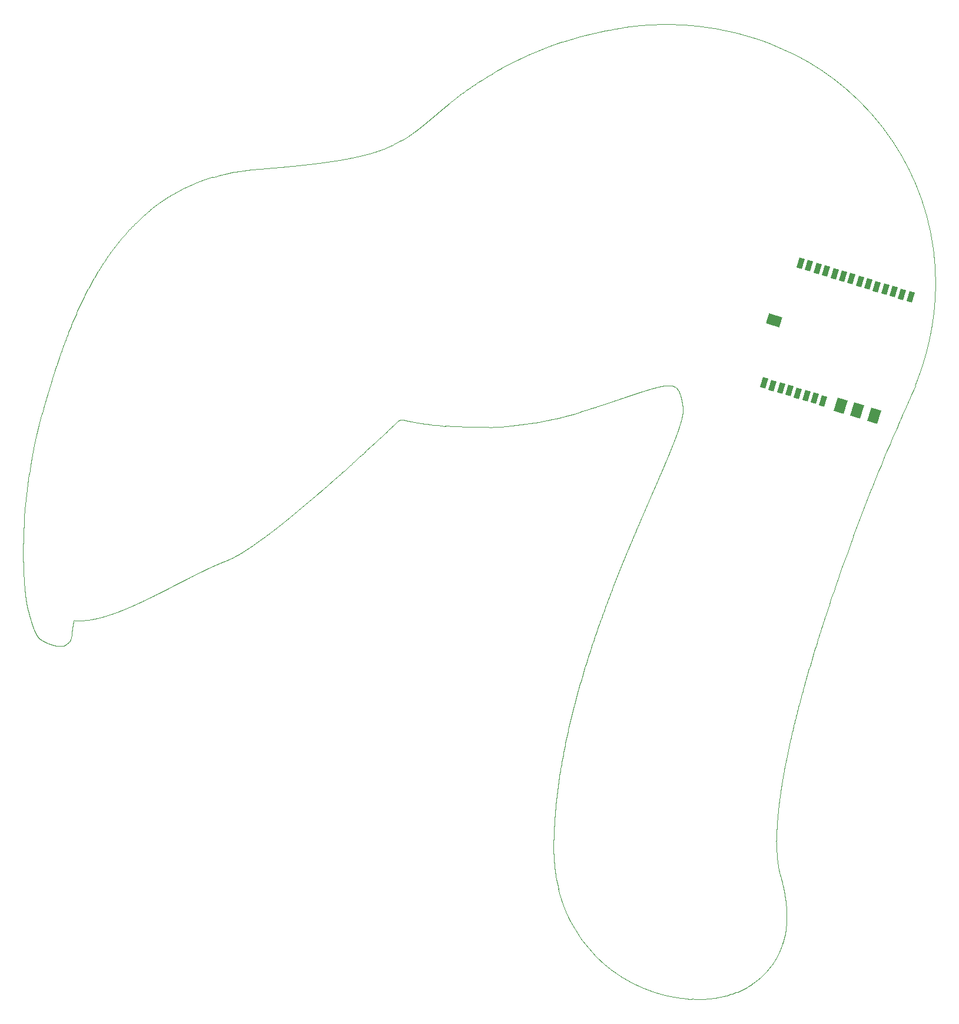
<source format=gtp>
G04*
G04 #@! TF.GenerationSoftware,Altium Limited,Altium Designer,24.4.0 (9)*
G04*
G04 Layer_Color=8421504*
%FSLAX25Y25*%
%MOIN*%
G70*
G04*
G04 #@! TF.SameCoordinates,6A74A827-5FBE-472E-901E-0A1D8F3314CC*
G04*
G04*
G04 #@! TF.FilePolarity,Positive*
G04*
G01*
G75*
%ADD15C,0.00394*%
G04:AMPARAMS|DCode=19|XSize=59.06mil|YSize=31.5mil|CornerRadius=0mil|HoleSize=0mil|Usage=FLASHONLY|Rotation=73.000|XOffset=0mil|YOffset=0mil|HoleType=Round|Shape=Rectangle|*
%AMROTATEDRECTD19*
4,1,4,0.00643,-0.03284,-0.02369,-0.02363,-0.00643,0.03284,0.02369,0.02363,0.00643,-0.03284,0.0*
%
%ADD19ROTATEDRECTD19*%

G04:AMPARAMS|DCode=20|XSize=78.74mil|YSize=59.06mil|CornerRadius=0mil|HoleSize=0mil|Usage=FLASHONLY|Rotation=163.000|XOffset=0mil|YOffset=0mil|HoleType=Round|Shape=Rectangle|*
%AMROTATEDRECTD20*
4,1,4,0.04628,0.01673,0.02902,-0.03975,-0.04628,-0.01673,-0.02902,0.03975,0.04628,0.01673,0.0*
%
%ADD20ROTATEDRECTD20*%

G04:AMPARAMS|DCode=21|XSize=78.74mil|YSize=59.06mil|CornerRadius=0mil|HoleSize=0mil|Usage=FLASHONLY|Rotation=73.000|XOffset=0mil|YOffset=0mil|HoleType=Round|Shape=Rectangle|*
%AMROTATEDRECTD21*
4,1,4,0.01673,-0.04628,-0.03975,-0.02902,-0.01673,0.04628,0.03975,0.02902,0.01673,-0.04628,0.0*
%
%ADD21ROTATEDRECTD21*%

D15*
X-255109Y173189D02*
G03*
X-255638Y172660I0J-528D01*
G01*
X-45101Y283159D02*
G03*
X-30108Y282443I17760J214594D01*
G01*
D02*
G03*
X-24479Y282445I2753J213889D01*
G01*
Y282445D02*
G03*
X-20366Y282540I-2848J211666D01*
G01*
X84587Y305479D02*
G03*
X84487Y305530I-2368J-4578D01*
G01*
X84686Y305427D02*
G03*
X84587Y305479I-2439J-4472D01*
G01*
X84807Y305358D02*
G03*
X84686Y305427I-2534J-4356D01*
G01*
X85202Y305103D02*
G03*
X84807Y305358I-2893J-4039D01*
G01*
X85400Y304953D02*
G03*
X85202Y305103I-3101J-3902D01*
G01*
X85508Y304866D02*
G03*
X85400Y304953I-3243J-3859D01*
G01*
X85592Y304793D02*
G03*
X85507Y304866I-3362J-3828D01*
G01*
X85674Y304719D02*
G03*
X85592Y304793I-3485J-3800D01*
G01*
X16123Y45327D02*
G03*
X16122Y44351I110923J-534D01*
G01*
X18880Y21184D02*
G03*
X19304Y19531I86389J21256D01*
G01*
X19304Y19531D02*
G03*
X19756Y17899I84987J22649D01*
G01*
X19756D02*
G03*
X20235Y16289I83629J24020D01*
G01*
D02*
G03*
X20828Y14439I82248J25352D01*
G01*
D02*
G03*
X21457Y12619I80772J26908D01*
G01*
D02*
G03*
X22220Y10575I79295J28424D01*
G01*
D02*
G03*
X23132Y8323I77687J30139D01*
G01*
X23132Y8323D02*
G03*
X24210Y5878I75967J32050D01*
G01*
X24210D02*
G03*
X25711Y2792I74091J34127D01*
G01*
X25711D02*
G03*
X40178Y-17135I71084J36393D01*
G01*
X40178D02*
G03*
X44797Y-21429I57234J56927D01*
G01*
X44797Y-21429D02*
G03*
X49097Y-24879I53161J61854D01*
G01*
D02*
G03*
X73149Y-37350I49867J66744D01*
G01*
Y-37350D02*
G03*
X76822Y-38454I25532J78344D01*
G01*
D02*
G03*
X79641Y-39175I21628J78611D01*
G01*
X79641Y-39175D02*
G03*
X82030Y-39704I18607J78481D01*
G01*
Y-39704D02*
G03*
X83985Y-40079I16046J78173D01*
G01*
X83985D02*
G03*
X85721Y-40371I13947J77749D01*
G01*
X85721D02*
G03*
X87455Y-40622I12082J77212D01*
G01*
X87455D02*
G03*
X88969Y-40810I10235J76625D01*
G01*
Y-40810D02*
G03*
X90481Y-40966I8626J75975D01*
G01*
X94347Y-41227D02*
G03*
X95628Y-41269I3026J73085D01*
G01*
X128412Y-32917D02*
G03*
X129206Y-32394I-24390J37933D01*
G01*
Y-32394D02*
G03*
X129988Y-31855I-24881J36960D01*
G01*
X129989D02*
G03*
X130758Y-31301I-25368J36002D01*
G01*
X130758Y-31301D02*
G03*
X131514Y-30730I-25851J35059D01*
G01*
Y-30730D02*
G03*
X132257Y-30144I-26332J34132D01*
G01*
D02*
G03*
X133131Y-29419I-26788J33190D01*
G01*
X133131Y-29419D02*
G03*
X134125Y-28545I-27346J32095D01*
G01*
D02*
G03*
X135227Y-27507I-28012J30859D01*
G01*
X135227D02*
G03*
X136423Y-26291I-28797J29497D01*
G01*
Y-26291D02*
G03*
X140265Y-21549I-29550J27874D01*
G01*
X140265Y-21549D02*
G03*
X141834Y-19101I-33491J23193D01*
G01*
Y-19101D02*
G03*
X142701Y-17563I-35453J20979D01*
G01*
X142701D02*
G03*
X143334Y-16331I-36727J19660D01*
G01*
D02*
G03*
X143848Y-15250I-37785J18637D01*
G01*
Y-15250D02*
G03*
X144256Y-14331I-38726J17752D01*
G01*
D02*
G03*
X144645Y-13397I-39578J17025D01*
G01*
X144645D02*
G03*
X144943Y-12638I-40415J16271D01*
G01*
D02*
G03*
X145228Y-11868I-41149J15678D01*
G01*
X145228Y-11868D02*
G03*
X145500Y-11089I-41909J15080D01*
G01*
Y-11089D02*
G03*
X145760Y-10299I-42695J14474D01*
G01*
D02*
G03*
X146007Y-9499I-43508J13860D01*
G01*
X142339Y48237D02*
G03*
X142339Y47839I122830J-80D01*
G01*
X196084Y247448D02*
G03*
X185735Y220481I1235180J-489509D01*
G01*
X220932Y306135D02*
G03*
X222032Y308936I-156376J63057D01*
G01*
X222032D02*
G03*
X223075Y311737I-155777J59605D01*
G01*
X223075Y311737D02*
G03*
X224061Y314537I-155194J56215D01*
G01*
D02*
G03*
X225072Y317591I-154558J52861D01*
G01*
X225072D02*
G03*
X226016Y320643I-153959J49292D01*
G01*
X226016D02*
G03*
X226963Y323946I-153316J45766D01*
G01*
D02*
G03*
X227897Y327499I-152651J42020D01*
G01*
D02*
G03*
X228799Y331300I-151966J38062D01*
G01*
D02*
G03*
X229649Y335346I-151265J33902D01*
G01*
D02*
G03*
X230428Y339634I-150549J29549D01*
G01*
Y339634D02*
G03*
X231148Y344411I-149780J25003D01*
G01*
D02*
G03*
X231785Y349919I-148933J20016D01*
G01*
X231785Y349919D02*
G03*
X232257Y356143I-148016J14358D01*
G01*
Y356143D02*
G03*
X232476Y363555I-146978J8053D01*
G01*
D02*
G03*
X232175Y373566I-145696J637D01*
G01*
X232175D02*
G03*
X224420Y411781I-143414J-9207D01*
G01*
X224420D02*
G03*
X208300Y444133I-136090J-47621D01*
G01*
D02*
G03*
X181544Y474239I-121302J-80863D01*
G01*
D02*
G03*
X153033Y493281I-95363J-111917D01*
G01*
X153033D02*
G03*
X138017Y499930I-67568J-132322D01*
G01*
X137105Y500271D02*
G03*
X131645Y502191I-57253J-154077D01*
G01*
X131645Y502191D02*
G03*
X107981Y508116I-51023J-153583D01*
G01*
X107981D02*
G03*
X98438Y509462I-27471J-160248D01*
G01*
D02*
G03*
X92283Y510028I-18123J-163320D01*
G01*
X92283Y510028D02*
G03*
X87267Y510318I-12095J-165598D01*
G01*
Y510318D02*
G03*
X82936Y510447I-7153J-167609D01*
G01*
Y510447D02*
G03*
X79064Y510468I-2851J-169452D01*
G01*
Y510468D02*
G03*
X75432Y510407I1031J-171198D01*
G01*
D02*
G03*
X72036Y510281I4710J-172882D01*
G01*
X72036D02*
G03*
X68663Y510090I8190J-174546D01*
G01*
D02*
G03*
X65522Y509854I11684J-176173D01*
G01*
D02*
G03*
X62403Y509563I14979J-177763D01*
G01*
X21440Y500698D02*
G03*
X17845Y499472I65294J-197418D01*
G01*
D02*
G03*
X13787Y498000I69593J-198197D01*
G01*
D02*
G03*
X-10059Y487370I75298J-200971D01*
G01*
X-10059D02*
G03*
X-13434Y485573I98074J-188285D01*
G01*
X-74240Y442558D02*
G03*
X-70126Y444739I-29602J60806D01*
G01*
X-176741Y424061D02*
G03*
X-178580Y423493I30874J-103296D01*
G01*
D02*
G03*
X-180595Y422829I32371J-101654D01*
G01*
Y422829D02*
G03*
X-182777Y422060I34033J-99954D01*
G01*
D02*
G03*
X-185503Y421021I35838J-98153D01*
G01*
D02*
G03*
X-201701Y412867I37754J-95161D01*
G01*
Y412867D02*
G03*
X-204839Y410842I54493J-87881D01*
G01*
D02*
G03*
X-207091Y409287I58230J-86751D01*
G01*
X-207091D02*
G03*
X-208981Y407913I61106J-86074D01*
G01*
Y407913D02*
G03*
X-210683Y406621I63664J-85598D01*
G01*
X-210683D02*
G03*
X-212203Y405421I66073J-85221D01*
G01*
X-280785Y256060D02*
G03*
X-283147Y235874I304201J-45816D01*
G01*
D02*
G03*
X-283558Y230361I304871J-25499D01*
G01*
X-284190Y211660D02*
G03*
X-284189Y210761I269781J-277D01*
G01*
X-274493Y162503D02*
G03*
X-274384Y162416I4827J5947D01*
G01*
Y162416D02*
G03*
X-274251Y162314I4667J5969D01*
G01*
D02*
G03*
X-273273Y161696I4437J5936D01*
G01*
X-260283Y159120D02*
G03*
X-260193Y159161I-2264J5082D01*
G01*
X-260193Y159161D02*
G03*
X-260104Y159203I-2327J4983D01*
G01*
D02*
G03*
X-260016Y159247I-2390J4888D01*
G01*
D02*
G03*
X-259912Y159302I-2452J4793D01*
G01*
X-259911Y159302D02*
G03*
X-259791Y159369I-2528J4685D01*
G01*
D02*
G03*
X-259655Y159450I-2620J4567D01*
G01*
D02*
G03*
X-258962Y159960I-2704J4403D01*
G01*
D02*
G03*
X-258795Y160111I-3423J3924D01*
G01*
Y160111D02*
G03*
X-258677Y160227I-3629J3814D01*
G01*
X-258677D02*
G03*
X-258591Y160317I-3787J3738D01*
G01*
D02*
G03*
X-258505Y160410I-3917J3688D01*
G01*
Y160410D02*
G03*
X-258435Y160489I-4048J3637D01*
G01*
D02*
G03*
X-258366Y160571I-4166J3599D01*
G01*
X-68880Y286548D02*
X-67803Y286372D01*
X-69901Y286636D02*
X-68880Y286548D01*
X-70600Y286550D02*
X-69901Y286636D01*
X-71272Y286346D02*
X-70600Y286550D01*
X-71892Y286015D02*
X-71272Y286346D01*
X-72742Y285273D02*
X-71892Y286015D01*
X-74109Y283971D02*
X-72742Y285273D01*
X-255638Y172654D02*
Y172660D01*
X-66259Y447130D02*
X-64115Y448597D01*
X-255109Y173189D02*
X-254901Y173171D01*
X-254692Y173154D01*
X-254482Y173139D01*
X-254272Y173126D01*
X-254061Y173114D01*
X-253919Y173107D01*
X-253778Y173101D01*
X-253636Y173095D01*
X-253493Y173090D01*
X-253351Y173085D01*
X-253208Y173082D01*
X-253064Y173079D01*
X-252921Y173076D01*
X-252777Y173074D01*
X-252632Y173073D01*
X-252487Y173073D01*
X-252342Y173073D01*
X-252197Y173074D01*
X-252051Y173075D01*
X-251905Y173077D01*
X-251759Y173080D01*
X-251612Y173083D01*
X-251465Y173088D01*
X-251318Y173092D01*
X-251170Y173098D01*
X-251022Y173103D01*
X-250874Y173110D01*
X-250725Y173117D01*
X-250576Y173125D01*
X-250427Y173133D01*
X-250277Y173142D01*
X-250127Y173152D01*
X-249977Y173162D01*
X-249827Y173173D01*
X-249676Y173185D01*
X-249524Y173197D01*
X-249373Y173210D01*
X-249221Y173223D01*
X-249069Y173237D01*
X-248917Y173251D01*
X-248764Y173266D01*
X-248611Y173282D01*
X-248458Y173298D01*
X-248304Y173315D01*
X-248150Y173333D01*
X-247996Y173351D01*
X-247842Y173369D01*
X-247687Y173389D01*
X-247532Y173408D01*
X-247377Y173429D01*
X-247221Y173450D01*
X-247065Y173471D01*
X-246909Y173493D01*
X-246752Y173516D01*
X-246596Y173539D01*
X-246439Y173563D01*
X-246281Y173587D01*
X-246124Y173612D01*
X-245966Y173638D01*
X-245808Y173664D01*
X-245649Y173690D01*
X-245490Y173717D01*
X-245331Y173745D01*
X-245172Y173773D01*
X-245013Y173802D01*
X-244853Y173831D01*
X-244693Y173861D01*
X-244532Y173892D01*
X-244372Y173923D01*
X-244211Y173954D01*
X-244050Y173986D01*
X-243888Y174018D01*
X-243727Y174051D01*
X-243565Y174085D01*
X-243403Y174119D01*
X-243240Y174154D01*
X-243078Y174189D01*
X-242915Y174224D01*
X-242752Y174260D01*
X-242588Y174297D01*
X-242425Y174334D01*
X-242261Y174372D01*
X-242096Y174410D01*
X-241932Y174449D01*
X-241768Y174488D01*
X-241603Y174528D01*
X-241438Y174568D01*
X-241272Y174608D01*
X-241107Y174650D01*
X-240941Y174691D01*
X-240775Y174733D01*
X-240608Y174776D01*
X-240442Y174819D01*
X-240275Y174862D01*
X-240108Y174906D01*
X-239941Y174951D01*
X-239773Y174996D01*
X-239606Y175041D01*
X-239438Y175087D01*
X-239270Y175134D01*
X-239101Y175180D01*
X-238933Y175228D01*
X-238764Y175276D01*
X-238595Y175324D01*
X-238426Y175372D01*
X-238256Y175422D01*
X-238087Y175471D01*
X-237917Y175521D01*
X-237747Y175572D01*
X-237576Y175622D01*
X-237406Y175674D01*
X-237235Y175726D01*
X-237064Y175778D01*
X-236893Y175830D01*
X-236722Y175884D01*
X-236550Y175937D01*
X-236379Y175991D01*
X-236207Y176046D01*
X-236035Y176100D01*
X-235862Y176155D01*
X-235690Y176211D01*
X-235517Y176267D01*
X-235344Y176324D01*
X-235171Y176381D01*
X-234998Y176438D01*
X-234824Y176496D01*
X-234651Y176554D01*
X-234477Y176612D01*
X-234303Y176671D01*
X-234129Y176730D01*
X-233954Y176790D01*
X-233780Y176850D01*
X-233605Y176911D01*
X-233430Y176972D01*
X-233255Y177033D01*
X-233080Y177094D01*
X-232904Y177157D01*
X-232729Y177219D01*
X-232553Y177282D01*
X-232377Y177345D01*
X-232201Y177409D01*
X-232025Y177472D01*
X-231848Y177537D01*
X-231672Y177602D01*
X-231495Y177666D01*
X-231318Y177732D01*
X-231141Y177798D01*
X-230964Y177864D01*
X-230786Y177930D01*
X-230609Y177997D01*
X-230431Y178064D01*
X-230253Y178132D01*
X-230075Y178200D01*
X-229897Y178268D01*
X-229719Y178337D01*
X-229540Y178405D01*
X-229362Y178475D01*
X-229183Y178544D01*
X-229004Y178614D01*
X-228825Y178684D01*
X-228646Y178755D01*
X-228466Y178826D01*
X-228287Y178897D01*
X-228107Y178969D01*
X-227927Y179041D01*
X-227748Y179113D01*
X-227568Y179185D01*
X-227387Y179258D01*
X-227207Y179331D01*
X-227027Y179405D01*
X-226846Y179479D01*
X-226666Y179553D01*
X-226485Y179627D01*
X-226304Y179702D01*
X-226123Y179777D01*
X-225942Y179852D01*
X-225761Y179928D01*
X-225579Y180004D01*
X-225398Y180080D01*
X-225216Y180156D01*
X-225034Y180233D01*
X-224852Y180310D01*
X-224671Y180387D01*
X-224488Y180465D01*
X-224306Y180543D01*
X-224124Y180621D01*
X-223942Y180699D01*
X-223759Y180778D01*
X-223577Y180857D01*
X-223394Y180936D01*
X-223211Y181016D01*
X-223028Y181095D01*
X-222845Y181175D01*
X-222662Y181256D01*
X-222479Y181336D01*
X-222296Y181417D01*
X-222112Y181498D01*
X-221929Y181579D01*
X-221745Y181661D01*
X-221562Y181742D01*
X-221378Y181824D01*
X-221194Y181907D01*
X-221010Y181989D01*
X-220826Y182072D01*
X-220642Y182155D01*
X-220458Y182238D01*
X-220274Y182321D01*
X-220090Y182405D01*
X-219905Y182489D01*
X-219721Y182573D01*
X-219536Y182657D01*
X-219352Y182742D01*
X-219167Y182826D01*
X-218982Y182911D01*
X-218798Y182996D01*
X-218613Y183082D01*
X-218428Y183168D01*
X-218243Y183253D01*
X-218058Y183339D01*
X-217873Y183425D01*
X-217687Y183512D01*
X-217502Y183598D01*
X-217317Y183685D01*
X-217131Y183772D01*
X-216946Y183859D01*
X-216761Y183947D01*
X-216575Y184034D01*
X-216390Y184122D01*
X-216204Y184210D01*
X-216018Y184298D01*
X-215833Y184386D01*
X-215647Y184474D01*
X-215461Y184563D01*
X-215275Y184652D01*
X-215089Y184740D01*
X-214903Y184829D01*
X-214717Y184919D01*
X-214531Y185008D01*
X-214345Y185098D01*
X-214159Y185187D01*
X-213973Y185277D01*
X-213787Y185367D01*
X-213601Y185457D01*
X-213415Y185548D01*
X-213228Y185638D01*
X-213042Y185729D01*
X-212856Y185819D01*
X-212670Y185910D01*
X-212483Y186001D01*
X-212297Y186092D01*
X-212110Y186184D01*
X-211924Y186275D01*
X-211738Y186367D01*
X-211551Y186458D01*
X-211365Y186550D01*
X-211178Y186642D01*
X-210992Y186734D01*
X-210806Y186826D01*
X-210619Y186918D01*
X-210433Y187011D01*
X-210246Y187103D01*
X-210059Y187196D01*
X-209873Y187288D01*
X-209686Y187381D01*
X-209500Y187474D01*
X-209314Y187567D01*
X-209127Y187660D01*
X-208941Y187753D01*
X-208754Y187847D01*
X-208568Y187940D01*
X-208381Y188033D01*
X-208195Y188127D01*
X-208008Y188221D01*
X-207822Y188314D01*
X-207635Y188408D01*
X-207449Y188502D01*
X-207262Y188596D01*
X-207076Y188690D01*
X-206983Y188737D01*
X-206890Y188784D01*
X-206796Y188831D01*
X-206703Y188878D01*
X-206610Y188925D01*
X-206517Y188972D01*
X-206424Y189019D01*
X-206330Y189066D01*
X-206237Y189113D01*
X-206144Y189161D01*
X-206051Y189208D01*
X-205958Y189255D01*
X-205865Y189302D01*
X-205772Y189349D01*
X-205679Y189397D01*
X-205586Y189444D01*
X-205492Y189491D01*
X-205399Y189538D01*
X-205306Y189585D01*
X-205213Y189633D01*
X-205120Y189680D01*
X-205027Y189727D01*
X-204934Y189775D01*
X-204841Y189822D01*
X-204748Y189869D01*
X-204655Y189917D01*
X-204562Y189964D01*
X-204469Y190012D01*
X-204376Y190059D01*
X-204283Y190106D01*
X-204190Y190154D01*
X-204097Y190201D01*
X-204004Y190249D01*
X-203911Y190296D01*
X-203818Y190343D01*
X-203725Y190391D01*
X-203632Y190438D01*
X-203539Y190486D01*
X-203446Y190533D01*
X-203353Y190581D01*
X-203260Y190628D01*
X-203168Y190676D01*
X-203075Y190723D01*
X-202982Y190771D01*
X-202889Y190818D01*
X-202796Y190866D01*
X-202703Y190913D01*
X-202611Y190961D01*
X-202518Y191008D01*
X-202425Y191056D01*
X-202332Y191103D01*
X-202240Y191151D01*
X-202147Y191198D01*
X-202054Y191246D01*
X-201961Y191293D01*
X-201869Y191341D01*
X-201776Y191388D01*
X-201683Y191436D01*
X-201591Y191483D01*
X-201498Y191531D01*
X-201406Y191579D01*
X-201313Y191626D01*
X-201220Y191674D01*
X-201128Y191721D01*
X-201035Y191769D01*
X-200943Y191816D01*
X-200850Y191864D01*
X-200758Y191911D01*
X-200665Y191959D01*
X-200573Y192007D01*
X-200480Y192054D01*
X-200388Y192102D01*
X-200295Y192149D01*
X-200203Y192197D01*
X-200110Y192244D01*
X-200018Y192292D01*
X-199926Y192339D01*
X-199833Y192387D01*
X-199741Y192434D01*
X-199649Y192482D01*
X-199556Y192529D01*
X-199464Y192577D01*
X-199372Y192624D01*
X-199279Y192672D01*
X-199187Y192719D01*
X-199095Y192767D01*
X-199003Y192814D01*
X-198911Y192861D01*
X-198819Y192909D01*
X-198726Y192956D01*
X-198634Y193004D01*
X-198542Y193051D01*
X-198450Y193099D01*
X-198358Y193146D01*
X-198266Y193193D01*
X-198174Y193241D01*
X-198082Y193288D01*
X-197990Y193336D01*
X-197898Y193383D01*
X-197806Y193430D01*
X-197714Y193478D01*
X-197623Y193525D01*
X-197531Y193572D01*
X-197439Y193620D01*
X-197347Y193667D01*
X-197255Y193714D01*
X-197163Y193762D01*
X-197072Y193809D01*
X-196980Y193856D01*
X-196888Y193903D01*
X-196797Y193950D01*
X-196705Y193998D01*
X-196613Y194045D01*
X-196522Y194092D01*
X-196430Y194139D01*
X-196338Y194186D01*
X-196247Y194234D01*
X-196155Y194281D01*
X-196064Y194328D01*
X-195972Y194375D01*
X-195881Y194422D01*
X-195790Y194469D01*
X-195698Y194516D01*
X-195607Y194563D01*
X-195515Y194610D01*
X-195424Y194657D01*
X-195333Y194704D01*
X-195241Y194751D01*
X-195150Y194798D01*
X-195059Y194845D01*
X-194968Y194892D01*
X-194877Y194939D01*
X-194785Y194986D01*
X-194694Y195032D01*
X-194603Y195079D01*
X-194512Y195126D01*
X-194421Y195173D01*
X-194330Y195220D01*
X-194239Y195266D01*
X-194148Y195313D01*
X-194057Y195360D01*
X-193966Y195406D01*
X-193876Y195453D01*
X-193785Y195500D01*
X-193694Y195546D01*
X-193603Y195593D01*
X-193512Y195640D01*
X-193422Y195686D01*
X-193331Y195732D01*
X-193240Y195779D01*
X-193150Y195826D01*
X-193059Y195872D01*
X-192969Y195918D01*
X-192878Y195965D01*
X-192788Y196011D01*
X-192697Y196057D01*
X-192607Y196104D01*
X-192516Y196150D01*
X-192426Y196196D01*
X-192335Y196243D01*
X-192245Y196289D01*
X-192155Y196335D01*
X-192064Y196381D01*
X-191974Y196427D01*
X-191884Y196473D01*
X-191794Y196519D01*
X-191704Y196565D01*
X-191614Y196611D01*
X-191524Y196658D01*
X-191434Y196704D01*
X-191344Y196749D01*
X-191254Y196795D01*
X-191164Y196841D01*
X-191074Y196887D01*
X-190984Y196933D01*
X-190894Y196979D01*
X-190804Y197024D01*
X-190715Y197070D01*
X-190625Y197116D01*
X-190535Y197161D01*
X-190445Y197207D01*
X-190356Y197253D01*
X-190266Y197298D01*
X-190177Y197344D01*
X-190087Y197389D01*
X-189997Y197434D01*
X-189908Y197480D01*
X-189819Y197525D01*
X-189729Y197571D01*
X-189640Y197616D01*
X-189551Y197661D01*
X-189461Y197706D01*
X-189372Y197752D01*
X-189283Y197797D01*
X-189194Y197842D01*
X-189105Y197887D01*
X-189015Y197932D01*
X-188926Y197977D01*
X-188837Y198022D01*
X-188749Y198067D01*
X-188660Y198112D01*
X-188571Y198157D01*
X-188482Y198202D01*
X-188393Y198247D01*
X-188304Y198291D01*
X-188215Y198336D01*
X-188127Y198381D01*
X-188038Y198425D01*
X-187949Y198470D01*
X-187861Y198514D01*
X-187772Y198559D01*
X-187684Y198603D01*
X-187595Y198648D01*
X-187507Y198692D01*
X-187418Y198737D01*
X-187330Y198781D01*
X-187242Y198825D01*
X-187153Y198869D01*
X-187065Y198913D01*
X-186977Y198958D01*
X-186801Y199046D01*
X-186625Y199134D01*
X-186449Y199221D01*
X-186273Y199309D01*
X-186098Y199396D01*
X-185922Y199484D01*
X-185747Y199571D01*
X-185572Y199657D01*
X-185397Y199744D01*
X-185222Y199831D01*
X-185048Y199917D01*
X-184873Y200003D01*
X-184699Y200089D01*
X-184525Y200174D01*
X-184352Y200260D01*
X-184178Y200345D01*
X-184004Y200430D01*
X-183831Y200515D01*
X-183658Y200600D01*
X-183485Y200684D01*
X-183313Y200768D01*
X-183140Y200852D01*
X-182968Y200936D01*
X-182796Y201019D01*
X-182624Y201103D01*
X-182452Y201186D01*
X-182281Y201268D01*
X-182110Y201351D01*
X-181939Y201433D01*
X-181768Y201516D01*
X-181597Y201597D01*
X-181427Y201679D01*
X-181256Y201760D01*
X-181086Y201841D01*
X-180916Y201922D01*
X-180747Y202003D01*
X-180577Y202083D01*
X-180408Y202163D01*
X-180239Y202243D01*
X-180070Y202323D01*
X-179902Y202402D01*
X-179734Y202481D01*
X-179566Y202560D01*
X-179398Y202639D01*
X-179230Y202717D01*
X-179063Y202795D01*
X-178895Y202872D01*
X-178728Y202950D01*
X-178562Y203027D01*
X-178395Y203104D01*
X-178229Y203181D01*
X-178063Y203257D01*
X-177897Y203333D01*
X-177732Y203408D01*
X-177566Y203484D01*
X-177401Y203559D01*
X-177236Y203634D01*
X-177072Y203708D01*
X-176907Y203783D01*
X-176743Y203856D01*
X-176579Y203930D01*
X-176416Y204003D01*
X-176252Y204076D01*
X-176089Y204149D01*
X-175926Y204221D01*
X-175764Y204293D01*
X-175601Y204365D01*
X-175439Y204436D01*
X-175277Y204507D01*
X-175116Y204578D01*
X-174954Y204649D01*
X-174794Y204719D01*
X-174633Y204788D01*
X-174472Y204858D01*
X-174312Y204927D01*
X-174152Y204996D01*
X-173992Y205064D01*
X-173833Y205132D01*
X-173673Y205200D01*
X-173514Y205267D01*
X-173356Y205334D01*
X-173197Y205401D01*
X-173039Y205467D01*
X-172881Y205533D01*
X-172724Y205598D01*
X-172567Y205664D01*
X-172409Y205728D01*
X-172253Y205793D01*
X-172096Y205857D01*
X-171940Y205921D01*
X-171784Y205984D01*
X-171629Y206047D01*
X-171474Y206110D01*
X-171318Y206172D01*
X-171164Y206234D01*
X-171009Y206295D01*
X-170855Y206356D01*
X-170702Y206417D01*
X-170548Y206477D01*
X-170395Y206537D01*
X-170242Y206596D01*
X-170089Y206656D01*
X-169937Y206714D01*
X-169785Y206772D01*
X-169633Y206830D01*
X-169406Y206916D01*
X-169330Y206945D01*
X-169254Y206974D01*
X-169178Y207004D01*
X-169102Y207033D01*
X-169025Y207064D01*
X-168948Y207094D01*
X-168870Y207125D01*
X-168792Y207156D01*
X-168714Y207188D01*
X-168636Y207220D01*
X-168558Y207252D01*
X-168479Y207285D01*
X-168400Y207318D01*
X-168320Y207351D01*
X-168241Y207385D01*
X-168161Y207419D01*
X-168080Y207454D01*
X-168000Y207489D01*
X-167919Y207524D01*
X-167838Y207559D01*
X-167757Y207595D01*
X-167675Y207631D01*
X-167593Y207668D01*
X-167511Y207705D01*
X-167429Y207742D01*
X-167346Y207780D01*
X-167263Y207818D01*
X-167180Y207856D01*
X-167096Y207895D01*
X-167013Y207934D01*
X-166929Y207973D01*
X-166844Y208013D01*
X-166760Y208053D01*
X-166675Y208093D01*
X-166590Y208134D01*
X-166505Y208175D01*
X-166419Y208216D01*
X-166333Y208258D01*
X-166247Y208300D01*
X-166161Y208343D01*
X-166074Y208385D01*
X-165987Y208428D01*
X-165900Y208472D01*
X-165812Y208516D01*
X-165725Y208560D01*
X-165637Y208604D01*
X-165549Y208649D01*
X-165460Y208694D01*
X-165371Y208739D01*
X-165282Y208785D01*
X-165193Y208831D01*
X-165104Y208877D01*
X-165014Y208924D01*
X-164924Y208971D01*
X-164834Y209018D01*
X-164743Y209066D01*
X-164653Y209114D01*
X-164562Y209162D01*
X-164470Y209211D01*
X-164379Y209260D01*
X-164287Y209309D01*
X-164195Y209359D01*
X-164103Y209409D01*
X-164011Y209459D01*
X-163918Y209509D01*
X-163825Y209560D01*
X-163732Y209612D01*
X-163638Y209663D01*
X-163545Y209715D01*
X-163451Y209767D01*
X-163357Y209819D01*
X-163262Y209872D01*
X-163168Y209925D01*
X-163073Y209979D01*
X-162978Y210032D01*
X-162883Y210086D01*
X-162787Y210140D01*
X-162691Y210195D01*
X-162595Y210250D01*
X-162499Y210305D01*
X-162403Y210361D01*
X-162306Y210416D01*
X-162209Y210472D01*
X-162112Y210529D01*
X-162015Y210586D01*
X-161917Y210643D01*
X-161819Y210700D01*
X-161721Y210757D01*
X-161623Y210815D01*
X-161524Y210874D01*
X-161426Y210932D01*
X-161327Y210991D01*
X-161227Y211050D01*
X-161128Y211109D01*
X-161028Y211169D01*
X-160929Y211229D01*
X-160828Y211289D01*
X-160728Y211350D01*
X-160628Y211411D01*
X-160527Y211472D01*
X-160426Y211533D01*
X-160325Y211595D01*
X-160224Y211657D01*
X-160122Y211719D01*
X-160020Y211782D01*
X-159918Y211844D01*
X-159816Y211908D01*
X-159714Y211971D01*
X-159611Y212035D01*
X-159508Y212099D01*
X-159405Y212163D01*
X-159302Y212227D01*
X-159198Y212292D01*
X-159095Y212357D01*
X-158991Y212422D01*
X-158887Y212488D01*
X-158783Y212554D01*
X-158678Y212620D01*
X-158469Y212753D01*
X-158258Y212888D01*
X-158047Y213023D01*
X-157835Y213159D01*
X-157622Y213297D01*
X-157409Y213435D01*
X-157194Y213575D01*
X-156979Y213716D01*
X-156763Y213857D01*
X-156547Y214000D01*
X-156329Y214144D01*
X-156111Y214289D01*
X-155893Y214434D01*
X-155673Y214581D01*
X-155453Y214729D01*
X-155231Y214878D01*
X-155010Y215028D01*
X-154787Y215178D01*
X-154564Y215330D01*
X-154340Y215483D01*
X-154115Y215637D01*
X-153890Y215791D01*
X-153664Y215947D01*
X-153438Y216104D01*
X-153210Y216261D01*
X-152982Y216420D01*
X-152754Y216579D01*
X-152524Y216739D01*
X-152295Y216900D01*
X-152064Y217063D01*
X-151833Y217226D01*
X-151601Y217390D01*
X-151368Y217554D01*
X-151135Y217720D01*
X-150901Y217887D01*
X-150667Y218054D01*
X-150432Y218223D01*
X-150197Y218392D01*
X-149961Y218562D01*
X-149724Y218733D01*
X-149487Y218905D01*
X-149249Y219077D01*
X-149010Y219250D01*
X-148771Y219425D01*
X-148532Y219600D01*
X-148292Y219776D01*
X-148051Y219952D01*
X-147810Y220130D01*
X-147568Y220308D01*
X-147326Y220487D01*
X-147083Y220667D01*
X-146840Y220847D01*
X-146596Y221029D01*
X-146352Y221211D01*
X-146107Y221394D01*
X-145862Y221577D01*
X-145616Y221762D01*
X-145370Y221947D01*
X-145123Y222132D01*
X-144876Y222319D01*
X-144629Y222506D01*
X-144380Y222694D01*
X-144132Y222883D01*
X-143883Y223072D01*
X-143634Y223262D01*
X-143384Y223453D01*
X-143133Y223644D01*
X-142883Y223836D01*
X-142632Y224029D01*
X-142380Y224222D01*
X-142128Y224416D01*
X-141876Y224611D01*
X-141623Y224806D01*
X-141370Y225003D01*
X-141117Y225199D01*
X-140863Y225396D01*
X-140609Y225594D01*
X-140354Y225793D01*
X-140099Y225992D01*
X-139844Y226191D01*
X-139588Y226391D01*
X-139332Y226592D01*
X-139076Y226793D01*
X-138819Y226995D01*
X-138562Y227198D01*
X-138305Y227401D01*
X-138047Y227605D01*
X-137789Y227809D01*
X-137531Y228013D01*
X-137273Y228219D01*
X-137014Y228424D01*
X-136755Y228630D01*
X-136496Y228837D01*
X-136236Y229045D01*
X-135976Y229252D01*
X-135716Y229461D01*
X-135456Y229669D01*
X-135195Y229878D01*
X-134934Y230088D01*
X-134673Y230298D01*
X-134412Y230509D01*
X-134150Y230720D01*
X-133757Y231037D01*
X-133364Y231356D01*
X-132971Y231675D01*
X-132577Y231996D01*
X-132182Y232317D01*
X-131787Y232639D01*
X-131392Y232962D01*
X-130996Y233286D01*
X-130601Y233611D01*
X-130204Y233937D01*
X-129808Y234263D01*
X-129411Y234590D01*
X-129014Y234918D01*
X-128617Y235247D01*
X-128219Y235576D01*
X-127822Y235906D01*
X-127424Y236237D01*
X-127026Y236568D01*
X-126627Y236900D01*
X-126229Y237233D01*
X-125831Y237566D01*
X-125432Y237900D01*
X-125034Y238234D01*
X-124635Y238569D01*
X-124237Y238904D01*
X-123838Y239240D01*
X-123440Y239576D01*
X-123041Y239913D01*
X-122643Y240250D01*
X-122245Y240587D01*
X-121846Y240925D01*
X-121448Y241263D01*
X-121050Y241602D01*
X-120653Y241941D01*
X-120255Y242280D01*
X-119858Y242619D01*
X-119460Y242959D01*
X-119063Y243299D01*
X-118667Y243639D01*
X-118270Y243979D01*
X-117874Y244319D01*
X-117347Y244773D01*
X-116820Y245228D01*
X-116293Y245682D01*
X-115768Y246136D01*
X-115243Y246591D01*
X-114719Y247045D01*
X-114195Y247499D01*
X-113673Y247954D01*
X-113152Y248408D01*
X-112631Y248862D01*
X-112112Y249315D01*
X-111593Y249769D01*
X-111076Y250222D01*
X-110560Y250674D01*
X-110045Y251126D01*
X-109532Y251578D01*
X-109019Y252029D01*
X-108509Y252479D01*
X-107872Y253041D01*
X-107238Y253602D01*
X-106606Y254162D01*
X-105976Y254720D01*
X-105350Y255276D01*
X-104725Y255832D01*
X-104104Y256385D01*
X-103485Y256937D01*
X-102869Y257487D01*
X-102135Y258145D01*
X-101404Y258799D01*
X-100679Y259451D01*
X-99958Y260099D01*
X-99242Y260743D01*
X-98413Y261491D01*
X-97592Y262233D01*
X-96777Y262969D01*
X-95857Y263804D01*
X-94833Y264734D01*
X-93824Y265653D01*
X-92719Y266661D01*
X-91417Y267851D01*
X-89830Y269307D01*
X-84604Y274131D01*
X-82542Y276048D01*
X-81437Y277079D01*
X-80617Y277845D01*
X-79982Y278440D01*
X-79440Y278947D01*
X-78913Y279442D01*
X-78472Y279856D01*
X-78042Y280260D01*
X-77692Y280589D01*
X-77349Y280911D01*
X-77015Y281227D01*
X-76753Y281474D01*
X-76495Y281716D01*
X-76243Y281954D01*
X-75996Y282188D01*
X-75754Y282416D01*
X-75577Y282584D01*
X-75402Y282750D01*
X-75230Y282912D01*
X-75061Y283072D01*
X-74895Y283229D01*
X-74732Y283383D01*
X-74572Y283535D01*
X-74415Y283684D01*
X-74261Y283829D01*
X-74111Y283972D01*
X-67803Y286372D02*
X-67721Y286355D01*
X-67598Y286329D01*
X-67472Y286303D01*
X-67344Y286276D01*
X-67213Y286249D01*
X-67081Y286222D01*
X-66946Y286194D01*
X-66808Y286166D01*
X-66669Y286138D01*
X-66528Y286109D01*
X-66384Y286080D01*
X-66238Y286051D01*
X-66090Y286022D01*
X-65939Y285992D01*
X-65787Y285962D01*
X-65632Y285932D01*
X-65475Y285902D01*
X-65263Y285861D01*
X-65046Y285819D01*
X-64826Y285778D01*
X-64602Y285736D01*
X-64375Y285693D01*
X-64143Y285650D01*
X-63908Y285607D01*
X-63669Y285564D01*
X-63427Y285520D01*
X-63180Y285476D01*
X-62867Y285421D01*
X-62549Y285365D01*
X-62224Y285309D01*
X-61894Y285253D01*
X-61559Y285196D01*
X-61218Y285139D01*
X-60801Y285070D01*
X-60377Y285002D01*
X-59944Y284933D01*
X-59504Y284863D01*
X-58981Y284783D01*
X-58448Y284702D01*
X-57904Y284621D01*
X-57270Y284529D01*
X-56622Y284437D01*
X-55878Y284334D01*
X-55118Y284232D01*
X-54254Y284120D01*
X-53281Y283998D01*
X-52193Y283868D01*
X-50888Y283719D01*
X-49353Y283554D01*
X-47569Y283378D01*
X-45101Y283159D01*
X-20366Y282540D02*
X-16828Y282686D01*
X-13637Y282870D01*
X-10675Y283085D01*
X-7813Y283334D01*
X-5060Y283612D01*
X-2422Y283915D01*
X243Y284257D01*
X2783Y284618D01*
X5345Y285017D01*
X7926Y285454D01*
X10373Y285903D01*
X12836Y286389D01*
X15313Y286913D01*
X17804Y287475D01*
X20307Y288078D01*
X22821Y288721D01*
X25345Y289406D01*
X28037Y290181D01*
X30897Y291057D01*
X32473Y291555D01*
X33866Y291998D01*
X35083Y292387D01*
X36133Y292724D01*
X37022Y293010D01*
X37754Y293246D01*
X38479Y293480D01*
X39054Y293667D01*
X39625Y293852D01*
X40190Y294036D01*
X40751Y294219D01*
X41169Y294355D01*
X41585Y294491D01*
X41997Y294626D01*
X42408Y294760D01*
X42815Y294894D01*
X43221Y295027D01*
X43623Y295159D01*
X43890Y295247D01*
X44156Y295334D01*
X44421Y295422D01*
X44685Y295509D01*
X44948Y295595D01*
X45209Y295682D01*
X45470Y295768D01*
X45729Y295853D01*
X45988Y295939D01*
X46245Y296024D01*
X46501Y296109D01*
X46756Y296193D01*
X47010Y296277D01*
X47263Y296361D01*
X47515Y296445D01*
X47765Y296528D01*
X48015Y296611D01*
X48140Y296653D01*
X48264Y296694D01*
X48388Y296735D01*
X48511Y296776D01*
X48635Y296817D01*
X48758Y296858D01*
X48881Y296899D01*
X49003Y296940D01*
X49125Y296981D01*
X49248Y297022D01*
X49369Y297062D01*
X49491Y297103D01*
X49612Y297143D01*
X49733Y297183D01*
X49854Y297224D01*
X49974Y297264D01*
X50094Y297304D01*
X50214Y297344D01*
X50334Y297384D01*
X50454Y297424D01*
X50573Y297464D01*
X50692Y297503D01*
X50810Y297543D01*
X50929Y297583D01*
X51047Y297622D01*
X51165Y297661D01*
X51282Y297701D01*
X51400Y297740D01*
X51517Y297779D01*
X51634Y297818D01*
X51750Y297857D01*
X51867Y297896D01*
X51982Y297935D01*
X52098Y297974D01*
X52214Y298013D01*
X52329Y298051D01*
X52444Y298090D01*
X52559Y298128D01*
X52674Y298167D01*
X52788Y298205D01*
X52902Y298243D01*
X53016Y298281D01*
X53129Y298319D01*
X53242Y298357D01*
X53355Y298395D01*
X53468Y298433D01*
X53581Y298471D01*
X53693Y298508D01*
X53805Y298546D01*
X53917Y298583D01*
X54028Y298621D01*
X54139Y298658D01*
X54250Y298695D01*
X54361Y298732D01*
X54471Y298769D01*
X54582Y298806D01*
X54692Y298843D01*
X54801Y298880D01*
X54911Y298917D01*
X55020Y298954D01*
X55129Y298990D01*
X55238Y299027D01*
X55346Y299063D01*
X55455Y299099D01*
X55563Y299136D01*
X55670Y299172D01*
X55778Y299208D01*
X55885Y299244D01*
X55992Y299280D01*
X56099Y299316D01*
X56205Y299351D01*
X56312Y299387D01*
X56418Y299423D01*
X56524Y299458D01*
X56629Y299493D01*
X56734Y299529D01*
X56839Y299564D01*
X56944Y299599D01*
X57049Y299634D01*
X57153Y299669D01*
X57257Y299704D01*
X57361Y299739D01*
X57465Y299774D01*
X57568Y299808D01*
X57671Y299843D01*
X57774Y299877D01*
X57877Y299912D01*
X57979Y299946D01*
X58081Y299980D01*
X58183Y300014D01*
X58285Y300049D01*
X58386Y300083D01*
X58487Y300116D01*
X58588Y300150D01*
X58689Y300184D01*
X58790Y300218D01*
X58890Y300251D01*
X58990Y300285D01*
X59090Y300318D01*
X59189Y300351D01*
X59288Y300384D01*
X59387Y300418D01*
X59486Y300451D01*
X59585Y300484D01*
X59683Y300517D01*
X59781Y300549D01*
X59879Y300582D01*
X59977Y300615D01*
X60074Y300647D01*
X60172Y300680D01*
X60269Y300712D01*
X60365Y300744D01*
X60462Y300776D01*
X60558Y300809D01*
X60654Y300840D01*
X60750Y300872D01*
X60845Y300904D01*
X60941Y300936D01*
X61036Y300968D01*
X61131Y300999D01*
X61225Y301031D01*
X61320Y301062D01*
X61414Y301093D01*
X61508Y301125D01*
X61602Y301156D01*
X61695Y301187D01*
X61788Y301218D01*
X61882Y301249D01*
X61974Y301279D01*
X62067Y301310D01*
X62159Y301341D01*
X62251Y301371D01*
X62343Y301402D01*
X62435Y301432D01*
X62527Y301462D01*
X62618Y301492D01*
X62709Y301522D01*
X62800Y301552D01*
X62890Y301582D01*
X62980Y301612D01*
X63070Y301642D01*
X63160Y301672D01*
X63250Y301701D01*
X63340Y301730D01*
X63429Y301760D01*
X63518Y301789D01*
X63607Y301818D01*
X63695Y301847D01*
X63783Y301876D01*
X63872Y301905D01*
X63959Y301934D01*
X64047Y301963D01*
X64135Y301992D01*
X64222Y302020D01*
X64309Y302048D01*
X64396Y302077D01*
X64482Y302105D01*
X64569Y302133D01*
X64655Y302162D01*
X64741Y302189D01*
X64826Y302217D01*
X64912Y302245D01*
X64997Y302273D01*
X65082Y302301D01*
X65167Y302328D01*
X65251Y302356D01*
X65336Y302383D01*
X65420Y302410D01*
X65504Y302438D01*
X65588Y302465D01*
X65671Y302492D01*
X65755Y302519D01*
X65838Y302545D01*
X65921Y302572D01*
X66004Y302599D01*
X66086Y302625D01*
X66168Y302652D01*
X66250Y302678D01*
X66332Y302705D01*
X66414Y302731D01*
X66495Y302757D01*
X66576Y302783D01*
X66657Y302809D01*
X66738Y302835D01*
X66819Y302860D01*
X66899Y302886D01*
X66979Y302911D01*
X67059Y302937D01*
X67139Y302962D01*
X67218Y302988D01*
X67298Y303013D01*
X67377Y303038D01*
X67456Y303063D01*
X67535Y303088D01*
X67613Y303112D01*
X67691Y303137D01*
X67769Y303162D01*
X67847Y303186D01*
X67925Y303211D01*
X68002Y303235D01*
X68080Y303259D01*
X68157Y303283D01*
X68233Y303308D01*
X68310Y303331D01*
X68387Y303355D01*
X68463Y303379D01*
X68539Y303403D01*
X68615Y303426D01*
X68690Y303450D01*
X68766Y303473D01*
X68841Y303497D01*
X68916Y303520D01*
X68991Y303543D01*
X69065Y303566D01*
X69140Y303589D01*
X69214Y303611D01*
X69288Y303634D01*
X69362Y303657D01*
X69435Y303679D01*
X69509Y303702D01*
X69582Y303724D01*
X69655Y303747D01*
X69728Y303769D01*
X69800Y303791D01*
X69873Y303813D01*
X69945Y303835D01*
X70017Y303856D01*
X70089Y303878D01*
X70161Y303900D01*
X70232Y303921D01*
X70303Y303942D01*
X70374Y303964D01*
X70445Y303985D01*
X70516Y304006D01*
X70586Y304027D01*
X70657Y304048D01*
X70727Y304069D01*
X70796Y304089D01*
X70866Y304110D01*
X70936Y304131D01*
X71005Y304151D01*
X71074Y304171D01*
X71143Y304191D01*
X71212Y304212D01*
X71280Y304232D01*
X71349Y304252D01*
X71417Y304272D01*
X71485Y304291D01*
X71552Y304311D01*
X71620Y304330D01*
X71687Y304350D01*
X71754Y304369D01*
X71821Y304388D01*
X71888Y304408D01*
X71955Y304427D01*
X72021Y304446D01*
X72088Y304465D01*
X72154Y304483D01*
X72220Y304502D01*
X72285Y304520D01*
X72351Y304539D01*
X72416Y304557D01*
X72481Y304575D01*
X72546Y304594D01*
X72611Y304612D01*
X72676Y304630D01*
X72740Y304648D01*
X72804Y304665D01*
X72868Y304683D01*
X72932Y304701D01*
X72996Y304718D01*
X73059Y304735D01*
X73122Y304753D01*
X73185Y304770D01*
X73248Y304787D01*
X73311Y304804D01*
X73374Y304821D01*
X73436Y304838D01*
X73498Y304854D01*
X73560Y304871D01*
X73622Y304887D01*
X73684Y304904D01*
X73745Y304920D01*
X73807Y304936D01*
X73868Y304952D01*
X73929Y304968D01*
X73989Y304984D01*
X74050Y305000D01*
X74110Y305015D01*
X74171Y305031D01*
X74231Y305047D01*
X74291Y305062D01*
X74350Y305077D01*
X74410Y305092D01*
X74469Y305107D01*
X74528Y305122D01*
X74587Y305137D01*
X74646Y305152D01*
X74705Y305167D01*
X74763Y305181D01*
X74821Y305196D01*
X74879Y305210D01*
X74937Y305224D01*
X74995Y305239D01*
X75053Y305253D01*
X75110Y305266D01*
X75167Y305280D01*
X75225Y305294D01*
X75281Y305308D01*
X75338Y305321D01*
X75395Y305335D01*
X75451Y305348D01*
X75507Y305361D01*
X75563Y305374D01*
X75619Y305387D01*
X75675Y305400D01*
X75731Y305413D01*
X75786Y305426D01*
X75841Y305438D01*
X75896Y305451D01*
X75951Y305463D01*
X76006Y305476D01*
X76060Y305488D01*
X76114Y305500D01*
X76169Y305512D01*
X76223Y305524D01*
X76277Y305536D01*
X76330Y305547D01*
X76384Y305559D01*
X76437Y305570D01*
X76490Y305581D01*
X76543Y305593D01*
X76596Y305604D01*
X76649Y305615D01*
X76701Y305626D01*
X76754Y305637D01*
X76806Y305647D01*
X76858Y305658D01*
X76910Y305669D01*
X76962Y305679D01*
X77013Y305689D01*
X77065Y305700D01*
X77116Y305710D01*
X77167Y305720D01*
X77218Y305730D01*
X77269Y305739D01*
X77319Y305749D01*
X77370Y305759D01*
X77420Y305768D01*
X77470Y305778D01*
X77520Y305787D01*
X77570Y305796D01*
X77620Y305805D01*
X77669Y305814D01*
X77718Y305823D01*
X77768Y305831D01*
X77817Y305840D01*
X77865Y305849D01*
X77914Y305857D01*
X77963Y305865D01*
X78011Y305873D01*
X78059Y305882D01*
X78107Y305890D01*
X78155Y305897D01*
X78203Y305905D01*
X78251Y305913D01*
X78298Y305920D01*
X78346Y305928D01*
X78393Y305935D01*
X78440Y305942D01*
X78487Y305949D01*
X78533Y305957D01*
X78580Y305963D01*
X78626Y305970D01*
X78672Y305977D01*
X78718Y305983D01*
X78764Y305990D01*
X78810Y305996D01*
X78856Y306003D01*
X78901Y306009D01*
X78947Y306015D01*
X78992Y306021D01*
X79037Y306027D01*
X79082Y306032D01*
X79126Y306038D01*
X79171Y306043D01*
X79216Y306049D01*
X79260Y306054D01*
X79304Y306059D01*
X79348Y306064D01*
X79392Y306069D01*
X79435Y306074D01*
X79479Y306079D01*
X79523Y306083D01*
X79566Y306088D01*
X79609Y306092D01*
X79652Y306097D01*
X79695Y306101D01*
X79737Y306105D01*
X79780Y306109D01*
X79822Y306113D01*
X79865Y306117D01*
X79907Y306120D01*
X79949Y306124D01*
X79991Y306127D01*
X80032Y306130D01*
X80074Y306134D01*
X80115Y306137D01*
X80156Y306140D01*
X80198Y306142D01*
X80239Y306145D01*
X80279Y306148D01*
X80320Y306151D01*
X80361Y306153D01*
X80401Y306155D01*
X80441Y306157D01*
X80482Y306159D01*
X80522Y306161D01*
X80562Y306163D01*
X80601Y306165D01*
X80641Y306167D01*
X80680Y306168D01*
X80720Y306170D01*
X80759Y306171D01*
X80798Y306172D01*
X80837Y306173D01*
X80875Y306174D01*
X80914Y306175D01*
X80953Y306176D01*
X80991Y306176D01*
X81029Y306177D01*
X81067Y306177D01*
X81105Y306178D01*
X81143Y306178D01*
X81181Y306178D01*
X81218Y306178D01*
X81256Y306178D01*
X81293Y306177D01*
X81330Y306177D01*
X81367Y306177D01*
X81404Y306176D01*
X81441Y306175D01*
X81478Y306174D01*
X81514Y306173D01*
X81551Y306172D01*
X81587Y306171D01*
X81623Y306170D01*
X81659Y306169D01*
X81695Y306167D01*
X81731Y306166D01*
X81766Y306164D01*
X81802Y306162D01*
X81837Y306160D01*
X81872Y306158D01*
X81908Y306156D01*
X81943Y306153D01*
X81977Y306151D01*
X82012Y306148D01*
X82047Y306146D01*
X82081Y306143D01*
X82116Y306140D01*
X82150Y306137D01*
X82184Y306134D01*
X82218Y306131D01*
X82252Y306127D01*
X82286Y306124D01*
X82319Y306120D01*
X82386Y306113D01*
X82452Y306105D01*
X82518Y306096D01*
X82584Y306087D01*
X82649Y306078D01*
X82713Y306068D01*
X82777Y306058D01*
X82841Y306047D01*
X82904Y306036D01*
X82966Y306024D01*
X83028Y306012D01*
X83090Y306000D01*
X83151Y305986D01*
X83212Y305973D01*
X83272Y305959D01*
X83332Y305944D01*
X83391Y305929D01*
X83450Y305914D01*
X83508Y305898D01*
X83566Y305882D01*
X83624Y305865D01*
X83681Y305847D01*
X83738Y305830D01*
X83794Y305811D01*
X83850Y305792D01*
X83905Y305773D01*
X83960Y305753D01*
X84014Y305733D01*
X84069Y305713D01*
X84122Y305692D01*
X84176Y305670D01*
X84255Y305636D01*
X84333Y305602D01*
X84410Y305566D01*
X84487Y305530D01*
X85674Y304719D02*
X85735Y304662D01*
X85796Y304604D01*
X85856Y304545D01*
X85915Y304484D01*
X85953Y304443D01*
X85992Y304402D01*
X86030Y304360D01*
X86068Y304317D01*
X86106Y304275D01*
X86143Y304231D01*
X86180Y304187D01*
X86217Y304143D01*
X86253Y304098D01*
X86290Y304052D01*
X86326Y304006D01*
X86361Y303960D01*
X86396Y303912D01*
X86431Y303865D01*
X86466Y303817D01*
X86500Y303768D01*
X86534Y303719D01*
X86568Y303670D01*
X86602Y303619D01*
X86635Y303569D01*
X86668Y303518D01*
X86701Y303466D01*
X86733Y303414D01*
X86765Y303361D01*
X86797Y303308D01*
X86829Y303254D01*
X86860Y303200D01*
X86892Y303145D01*
X86923Y303089D01*
X86938Y303062D01*
X86953Y303033D01*
X86968Y303005D01*
X86984Y302977D01*
X86999Y302949D01*
X87014Y302920D01*
X87029Y302891D01*
X87044Y302863D01*
X87059Y302834D01*
X87073Y302805D01*
X87088Y302776D01*
X87103Y302746D01*
X87117Y302717D01*
X87132Y302687D01*
X87147Y302657D01*
X87161Y302627D01*
X87175Y302597D01*
X87190Y302567D01*
X87204Y302537D01*
X87218Y302507D01*
X87233Y302476D01*
X87247Y302446D01*
X87261Y302415D01*
X87275Y302384D01*
X87289Y302353D01*
X87303Y302322D01*
X87316Y302290D01*
X87330Y302259D01*
X87344Y302227D01*
X87358Y302196D01*
X87371Y302164D01*
X87385Y302132D01*
X87398Y302100D01*
X87412Y302067D01*
X87425Y302035D01*
X87439Y302003D01*
X87452Y301970D01*
X87465Y301937D01*
X87479Y301904D01*
X87492Y301871D01*
X87505Y301838D01*
X87518Y301804D01*
X87531Y301771D01*
X87544Y301737D01*
X87557Y301704D01*
X87570Y301670D01*
X87582Y301636D01*
X87595Y301602D01*
X87608Y301567D01*
X87621Y301533D01*
X87633Y301499D01*
X87646Y301464D01*
X87658Y301429D01*
X87671Y301394D01*
X87683Y301359D01*
X87696Y301324D01*
X87708Y301288D01*
X87720Y301253D01*
X87733Y301217D01*
X87745Y301182D01*
X87757Y301146D01*
X87769Y301110D01*
X87781Y301073D01*
X87793Y301037D01*
X87805Y301001D01*
X87817Y300964D01*
X87829Y300927D01*
X87841Y300890D01*
X87853Y300853D01*
X87865Y300816D01*
X87877Y300779D01*
X87888Y300742D01*
X87900Y300704D01*
X87912Y300666D01*
X87923Y300629D01*
X87935Y300591D01*
X87946Y300553D01*
X87958Y300514D01*
X87969Y300476D01*
X87981Y300437D01*
X87992Y300399D01*
X88003Y300360D01*
X88015Y300321D01*
X88026Y300282D01*
X88037Y300243D01*
X88048Y300203D01*
X88060Y300164D01*
X88071Y300125D01*
X88082Y300085D01*
X88093Y300045D01*
X88104Y300005D01*
X88115Y299965D01*
X88126Y299924D01*
X88137Y299884D01*
X88147Y299843D01*
X88158Y299803D01*
X88169Y299762D01*
X88180Y299721D01*
X88191Y299680D01*
X88201Y299638D01*
X88212Y299597D01*
X88223Y299555D01*
X88233Y299514D01*
X88244Y299472D01*
X88254Y299430D01*
X88265Y299388D01*
X88275Y299345D01*
X88286Y299303D01*
X88296Y299261D01*
X88307Y299218D01*
X88317Y299175D01*
X88327Y299132D01*
X88338Y299089D01*
X88348Y299046D01*
X88358Y299002D01*
X88369Y298959D01*
X88379Y298915D01*
X88389Y298871D01*
X88399Y298828D01*
X88409Y298783D01*
X88419Y298739D01*
X88429Y298695D01*
X88440Y298650D01*
X88450Y298606D01*
X88460Y298561D01*
X88470Y298516D01*
X88480Y298471D01*
X88490Y298426D01*
X88499Y298380D01*
X88509Y298335D01*
X88519Y298289D01*
X88529Y298243D01*
X88539Y298198D01*
X88549Y298151D01*
X88559Y298105D01*
X88568Y298059D01*
X88578Y298012D01*
X88588Y297966D01*
X88598Y297919D01*
X88607Y297872D01*
X88617Y297825D01*
X88626Y297778D01*
X88636Y297731D01*
X88646Y297683D01*
X88655Y297635D01*
X88665Y297588D01*
X88674Y297540D01*
X88684Y297492D01*
X88694Y297444D01*
X88703Y297395D01*
X88713Y297347D01*
X88722Y297298D01*
X88731Y297249D01*
X88741Y297200D01*
X88750Y297151D01*
X88760Y297102D01*
X88769Y297053D01*
X88779Y297003D01*
X88788Y296954D01*
X88797Y296904D01*
X88807Y296854D01*
X88816Y296804D01*
X88825Y296754D01*
X88835Y296703D01*
X88844Y296653D01*
X88853Y296602D01*
X88863Y296551D01*
X88872Y296500D01*
X88881Y296449D01*
X88890Y296398D01*
X88900Y296347D01*
X88909Y296295D01*
X88918Y296244D01*
X88927Y296192D01*
X88936Y296140D01*
X88946Y296088D01*
X88955Y296035D01*
X88964Y295983D01*
X88973Y295931D01*
X88982Y295878D01*
X88991Y295825D01*
X89001Y295772D01*
X89010Y295719D01*
X89019Y295666D01*
X89028Y295612D01*
X89037Y295559D01*
X89046Y295505D01*
X89055Y295451D01*
X89065Y295397D01*
X89074Y295343D01*
X89083Y295289D01*
X89092Y295234D01*
X89101Y295180D01*
X89110Y295125D01*
X89119Y295070D01*
X89128Y295015D01*
X89137Y294960D01*
X89146Y294904D01*
X89155Y294849D01*
X89165Y294793D01*
X89174Y294738D01*
X89183Y294682D01*
X89192Y294626D01*
X89201Y294569D01*
X89210Y294513D01*
X89219Y294457D01*
X89228Y294400D01*
X89237Y294343D01*
X89246Y294286D01*
X89255Y294229D01*
X89264Y294172D01*
X89274Y294114D01*
X89283Y294057D01*
X89292Y293999D01*
X89310Y293883D01*
X89319Y293825D01*
X89327Y293766D01*
X89335Y293706D01*
X89343Y293646D01*
X89350Y293586D01*
X89356Y293524D01*
X89362Y293462D01*
X89368Y293400D01*
X89373Y293337D01*
X89378Y293273D01*
X89382Y293209D01*
X89386Y293144D01*
X89389Y293079D01*
X89392Y293013D01*
X89395Y292946D01*
X89397Y292879D01*
X89398Y292811D01*
X89399Y292743D01*
X89400Y292674D01*
X89400Y292604D01*
X89400Y292534D02*
X89400Y292604D01*
X89399Y292463D02*
X89400Y292534D01*
X89398Y292392D02*
X89399Y292463D01*
X89397Y292320D02*
X89398Y292392D01*
X89395Y292248D02*
X89397Y292320D01*
X89392Y292175D02*
X89395Y292248D01*
X89389Y292101D02*
X89392Y292175D01*
X89386Y292027D02*
X89389Y292101D01*
X89382Y291952D02*
X89386Y292027D01*
X89378Y291877D02*
X89382Y291952D01*
X89373Y291801D02*
X89378Y291877D01*
X89368Y291725D02*
X89373Y291801D01*
X89363Y291648D02*
X89368Y291725D01*
X89357Y291570D02*
X89363Y291648D01*
X89351Y291492D02*
X89357Y291570D01*
X89344Y291413D02*
X89351Y291492D01*
X89337Y291334D02*
X89344Y291413D01*
X89329Y291254D02*
X89337Y291334D01*
X89321Y291174D02*
X89329Y291254D01*
X89312Y291092D02*
X89321Y291174D01*
X89303Y291011D02*
X89312Y291092D01*
X89294Y290929D02*
X89303Y291011D01*
X89284Y290846D02*
X89294Y290929D01*
X89274Y290763D02*
X89284Y290846D01*
X89263Y290679D02*
X89274Y290763D01*
X89252Y290594D02*
X89263Y290679D01*
X89240Y290509D02*
X89252Y290594D01*
X89228Y290424D02*
X89240Y290509D01*
X89216Y290338D02*
X89228Y290424D01*
X89203Y290251D02*
X89216Y290338D01*
X89190Y290164D02*
X89203Y290251D01*
X89176Y290076D02*
X89190Y290164D01*
X89162Y289987D02*
X89176Y290076D01*
X89148Y289899D02*
X89162Y289987D01*
X89133Y289809D02*
X89148Y289899D01*
X89118Y289719D02*
X89133Y289809D01*
X89102Y289629D02*
X89118Y289719D01*
X89086Y289537D02*
X89102Y289629D01*
X89069Y289446D02*
X89086Y289537D01*
X89053Y289353D02*
X89069Y289446D01*
X89035Y289260D02*
X89053Y289353D01*
X89017Y289167D02*
X89035Y289260D01*
X88999Y289073D02*
X89017Y289167D01*
X88981Y288979D02*
X88999Y289073D01*
X88962Y288884D02*
X88981Y288979D01*
X88942Y288788D02*
X88962Y288884D01*
X88923Y288692D02*
X88942Y288788D01*
X88902Y288595D02*
X88923Y288692D01*
X88882Y288498D02*
X88902Y288595D01*
X88861Y288400D02*
X88882Y288498D01*
X88839Y288302D02*
X88861Y288400D01*
X88818Y288203D02*
X88839Y288302D01*
X88795Y288103D02*
X88818Y288203D01*
X88773Y288003D02*
X88795Y288103D01*
X88750Y287903D02*
X88773Y288003D01*
X88726Y287802D02*
X88750Y287903D01*
X88702Y287700D02*
X88726Y287802D01*
X88678Y287598D02*
X88702Y287700D01*
X88654Y287495D02*
X88678Y287598D01*
X88629Y287392D02*
X88654Y287495D01*
X88603Y287288D02*
X88629Y287392D01*
X88578Y287184D02*
X88603Y287288D01*
X88551Y287079D02*
X88578Y287184D01*
X88525Y286974D02*
X88551Y287079D01*
X88498Y286867D02*
X88525Y286974D01*
X88471Y286761D02*
X88498Y286867D01*
X88443Y286654D02*
X88471Y286761D01*
X88415Y286546D02*
X88443Y286654D01*
X88386Y286438D02*
X88415Y286546D01*
X88357Y286330D02*
X88386Y286438D01*
X88328Y286220D02*
X88357Y286330D01*
X88298Y286111D02*
X88328Y286220D01*
X88268Y286000D02*
X88298Y286111D01*
X88238Y285890D02*
X88268Y286000D01*
X88207Y285778D02*
X88238Y285890D01*
X88176Y285666D02*
X88207Y285778D01*
X88145Y285554D02*
X88176Y285666D01*
X88113Y285441D02*
X88145Y285554D01*
X88080Y285328D02*
X88113Y285441D01*
X88048Y285214D02*
X88080Y285328D01*
X88015Y285099D02*
X88048Y285214D01*
X87981Y284984D02*
X88015Y285099D01*
X87947Y284869D02*
X87981Y284984D01*
X87913Y284752D02*
X87947Y284869D01*
X87879Y284636D02*
X87913Y284752D01*
X87844Y284519D02*
X87879Y284636D01*
X87809Y284401D02*
X87844Y284519D01*
X87773Y284283D02*
X87809Y284401D01*
X87737Y284164D02*
X87773Y284283D01*
X87701Y284045D02*
X87737Y284164D01*
X87664Y283925D02*
X87701Y284045D01*
X87627Y283805D02*
X87664Y283925D01*
X87589Y283684D02*
X87627Y283805D01*
X87551Y283562D02*
X87589Y283684D01*
X87513Y283441D02*
X87551Y283562D01*
X87475Y283318D02*
X87513Y283441D01*
X87436Y283195D02*
X87475Y283318D01*
X87397Y283072D02*
X87436Y283195D01*
X87357Y282948D02*
X87397Y283072D01*
X87317Y282823D02*
X87357Y282948D01*
X87277Y282698D02*
X87317Y282823D01*
X87236Y282573D02*
X87277Y282698D01*
X87195Y282447D02*
X87236Y282573D01*
X87153Y282320D02*
X87195Y282447D01*
X87112Y282193D02*
X87153Y282320D01*
X87069Y282066D02*
X87112Y282193D01*
X87027Y281938D02*
X87069Y282066D01*
X86984Y281809D02*
X87027Y281938D01*
X86941Y281680D02*
X86984Y281809D01*
X86897Y281551D02*
X86941Y281680D01*
X86854Y281420D02*
X86897Y281551D01*
X86809Y281290D02*
X86854Y281420D01*
X86765Y281159D02*
X86809Y281290D01*
X86720Y281027D02*
X86765Y281159D01*
X86675Y280895D02*
X86720Y281027D01*
X86629Y280762D02*
X86675Y280895D01*
X86583Y280629D02*
X86629Y280762D01*
X86537Y280496D02*
X86583Y280629D01*
X86490Y280361D02*
X86537Y280496D01*
X86443Y280227D02*
X86490Y280361D01*
X86396Y280092D02*
X86443Y280227D01*
X86348Y279956D02*
X86396Y280092D01*
X86300Y279820D02*
X86348Y279956D01*
X86252Y279683D02*
X86300Y279820D01*
X86204Y279546D02*
X86252Y279683D01*
X86155Y279408D02*
X86204Y279546D01*
X86105Y279270D02*
X86155Y279408D01*
X86056Y279131D02*
X86105Y279270D01*
X86006Y278992D02*
X86056Y279131D01*
X85955Y278852D02*
X86006Y278992D01*
X85905Y278712D02*
X85955Y278852D01*
X85854Y278572D02*
X85905Y278712D01*
X85803Y278431D02*
X85854Y278572D01*
X85751Y278289D02*
X85803Y278431D01*
X85699Y278147D02*
X85751Y278289D01*
X85647Y278004D02*
X85699Y278147D01*
X85594Y277861D02*
X85647Y278004D01*
X85541Y277717D02*
X85594Y277861D01*
X85488Y277573D02*
X85541Y277717D01*
X85435Y277429D02*
X85488Y277573D01*
X85381Y277283D02*
X85435Y277429D01*
X85326Y277138D02*
X85381Y277283D01*
X85272Y276992D02*
X85326Y277138D01*
X85217Y276845D02*
X85272Y276992D01*
X85162Y276698D02*
X85217Y276845D01*
X85106Y276551D02*
X85162Y276698D01*
X85051Y276402D02*
X85106Y276551D01*
X84995Y276254D02*
X85051Y276402D01*
X84938Y276105D02*
X84995Y276254D01*
X84882Y275955D02*
X84938Y276105D01*
X84825Y275805D02*
X84882Y275955D01*
X84767Y275655D02*
X84825Y275805D01*
X84710Y275504D02*
X84767Y275655D01*
X84651Y275353D02*
X84710Y275504D01*
X84593Y275201D02*
X84651Y275353D01*
X84535Y275048D02*
X84593Y275201D01*
X84476Y274895D02*
X84535Y275048D01*
X84417Y274742D02*
X84476Y274895D01*
X84357Y274588D02*
X84417Y274742D01*
X84297Y274434D02*
X84357Y274588D01*
X84237Y274279D02*
X84297Y274434D01*
X84177Y274124D02*
X84237Y274279D01*
X84116Y273968D02*
X84177Y274124D01*
X84055Y273812D02*
X84116Y273968D01*
X83994Y273655D02*
X84055Y273812D01*
X83932Y273498D02*
X83994Y273655D01*
X83870Y273341D02*
X83932Y273498D01*
X83808Y273182D02*
X83870Y273341D01*
X83746Y273024D02*
X83808Y273182D01*
X83683Y272865D02*
X83746Y273024D01*
X83620Y272705D02*
X83683Y272865D01*
X83556Y272545D02*
X83620Y272705D01*
X83493Y272385D02*
X83556Y272545D01*
X83429Y272224D02*
X83493Y272385D01*
X83365Y272062D02*
X83429Y272224D01*
X83300Y271901D02*
X83365Y272062D01*
X83235Y271738D02*
X83300Y271901D01*
X83170Y271575D02*
X83235Y271738D01*
X83105Y271412D02*
X83170Y271575D01*
X83039Y271248D02*
X83105Y271412D01*
X82973Y271084D02*
X83039Y271248D01*
X82907Y270919D02*
X82973Y271084D01*
X82840Y270754D02*
X82907Y270919D01*
X82774Y270589D02*
X82840Y270754D01*
X82706Y270423D02*
X82774Y270589D01*
X82639Y270256D02*
X82706Y270423D01*
X82572Y270089D02*
X82639Y270256D01*
X82503Y269922D02*
X82572Y270089D01*
X82435Y269754D02*
X82503Y269922D01*
X82367Y269585D02*
X82435Y269754D01*
X82298Y269417D02*
X82367Y269585D01*
X82229Y269247D02*
X82298Y269417D01*
X82160Y269078D02*
X82229Y269247D01*
X82090Y268907D02*
X82160Y269078D01*
X82020Y268737D02*
X82090Y268907D01*
X81950Y268566D02*
X82020Y268737D01*
X81880Y268394D02*
X81950Y268566D01*
X81809Y268222D02*
X81880Y268394D01*
X81738Y268050D02*
X81809Y268222D01*
X81667Y267877D02*
X81738Y268050D01*
X81596Y267704D02*
X81667Y267877D01*
X81524Y267530D02*
X81596Y267704D01*
X81452Y267355D02*
X81524Y267530D01*
X81380Y267181D02*
X81452Y267355D01*
X81307Y267005D02*
X81380Y267181D01*
X81234Y266830D02*
X81307Y267005D01*
X81161Y266654D02*
X81234Y266830D01*
X81088Y266477D02*
X81161Y266654D01*
X81014Y266300D02*
X81088Y266477D01*
X80941Y266123D02*
X81014Y266300D01*
X80866Y265945D02*
X80941Y266123D01*
X80792Y265767D02*
X80866Y265945D01*
X80718Y265588D02*
X80792Y265767D01*
X80643Y265409D02*
X80718Y265588D01*
X80568Y265229D02*
X80643Y265409D01*
X80492Y265049D02*
X80568Y265229D01*
X80417Y264869D02*
X80492Y265049D01*
X80341Y264688D02*
X80417Y264869D01*
X80265Y264507D02*
X80341Y264688D01*
X80188Y264325D02*
X80265Y264507D01*
X80112Y264142D02*
X80188Y264325D01*
X80035Y263960D02*
X80112Y264142D01*
X79958Y263776D02*
X80035Y263960D01*
X79880Y263593D02*
X79958Y263776D01*
X79803Y263409D02*
X79880Y263593D01*
X79725Y263225D02*
X79803Y263409D01*
X79647Y263040D02*
X79725Y263225D01*
X79569Y262854D02*
X79647Y263040D01*
X79490Y262669D02*
X79569Y262854D01*
X79411Y262482D02*
X79490Y262669D01*
X79332Y262296D02*
X79411Y262482D01*
X79253Y262109D02*
X79332Y262296D01*
X79173Y261921D02*
X79253Y262109D01*
X79094Y261733D02*
X79173Y261921D01*
X79014Y261545D02*
X79094Y261733D01*
X78934Y261356D02*
X79014Y261545D01*
X78853Y261167D02*
X78934Y261356D01*
X78772Y260977D02*
X78853Y261167D01*
X78691Y260787D02*
X78772Y260977D01*
X78610Y260597D02*
X78691Y260787D01*
X78529Y260406D02*
X78610Y260597D01*
X78447Y260215D02*
X78529Y260406D01*
X78365Y260023D02*
X78447Y260215D01*
X78283Y259831D02*
X78365Y260023D01*
X78201Y259638D02*
X78283Y259831D01*
X78118Y259445D02*
X78201Y259638D01*
X78036Y259252D02*
X78118Y259445D01*
X77953Y259058D02*
X78036Y259252D01*
X77870Y258863D02*
X77953Y259058D01*
X77786Y258669D02*
X77870Y258863D01*
X77702Y258474D02*
X77786Y258669D01*
X77619Y258278D02*
X77702Y258474D01*
X77535Y258082D02*
X77619Y258278D01*
X77450Y257886D02*
X77535Y258082D01*
X77366Y257689D02*
X77450Y257886D01*
X77281Y257492D02*
X77366Y257689D01*
X77196Y257294D02*
X77281Y257492D01*
X77111Y257096D02*
X77196Y257294D01*
X77026Y256898D02*
X77111Y257096D01*
X76940Y256699D02*
X77026Y256898D01*
X76854Y256500D02*
X76940Y256699D01*
X76768Y256300D02*
X76854Y256500D01*
X76682Y256100D02*
X76768Y256300D01*
X76595Y255899D02*
X76682Y256100D01*
X76509Y255698D02*
X76595Y255899D01*
X76422Y255497D02*
X76509Y255698D01*
X76335Y255295D02*
X76422Y255497D01*
X76248Y255093D02*
X76335Y255295D01*
X76160Y254890D02*
X76248Y255093D01*
X76072Y254687D02*
X76160Y254890D01*
X75985Y254484D02*
X76072Y254687D01*
X75896Y254280D02*
X75985Y254484D01*
X75808Y254076D02*
X75896Y254280D01*
X75720Y253871D02*
X75808Y254076D01*
X75631Y253666D02*
X75720Y253871D01*
X75542Y253461D02*
X75631Y253666D01*
X75453Y253255D02*
X75542Y253461D01*
X75364Y253049D02*
X75453Y253255D01*
X75274Y252842D02*
X75364Y253049D01*
X75185Y252636D02*
X75274Y252842D01*
X75095Y252428D02*
X75185Y252636D01*
X75005Y252220D02*
X75095Y252428D01*
X74914Y252012D02*
X75005Y252220D01*
X74824Y251803D02*
X74914Y252012D01*
X74733Y251594D02*
X74824Y251803D01*
X74642Y251385D02*
X74733Y251594D01*
X74551Y251175D02*
X74642Y251385D01*
X74460Y250965D02*
X74551Y251175D01*
X74369Y250754D02*
X74460Y250965D01*
X74277Y250543D02*
X74369Y250754D01*
X74185Y250332D02*
X74277Y250543D01*
X74094Y250120D02*
X74185Y250332D01*
X74001Y249908D02*
X74094Y250120D01*
X73909Y249696D02*
X74001Y249908D01*
X73817Y249483D02*
X73909Y249696D01*
X73724Y249269D02*
X73817Y249483D01*
X73631Y249056D02*
X73724Y249269D01*
X73538Y248842D02*
X73631Y249056D01*
X73445Y248627D02*
X73538Y248842D01*
X73351Y248412D02*
X73445Y248627D01*
X73258Y248197D02*
X73351Y248412D01*
X73164Y247981D02*
X73258Y248197D01*
X73070Y247765D02*
X73164Y247981D01*
X72976Y247549D02*
X73070Y247765D01*
X72882Y247332D02*
X72976Y247549D01*
X72787Y247115D02*
X72882Y247332D01*
X72693Y246897D02*
X72787Y247115D01*
X72598Y246679D02*
X72693Y246897D01*
X72503Y246461D02*
X72598Y246679D01*
X72408Y246242D02*
X72503Y246461D01*
X72312Y246023D02*
X72408Y246242D01*
X72217Y245804D02*
X72312Y246023D01*
X72121Y245584D02*
X72217Y245804D01*
X72026Y245363D02*
X72121Y245584D01*
X71930Y245143D02*
X72026Y245363D01*
X71833Y244922D02*
X71930Y245143D01*
X71737Y244701D02*
X71833Y244922D01*
X71641Y244479D02*
X71737Y244701D01*
X71544Y244257D02*
X71641Y244479D01*
X71447Y244034D02*
X71544Y244257D01*
X71351Y243811D02*
X71447Y244034D01*
X71253Y243588D02*
X71351Y243811D01*
X71156Y243364D02*
X71253Y243588D01*
X71059Y243140D02*
X71156Y243364D01*
X70961Y242916D02*
X71059Y243140D01*
X70864Y242691D02*
X70961Y242916D01*
X70766Y242466D02*
X70864Y242691D01*
X70668Y242241D02*
X70766Y242466D01*
X70570Y242015D02*
X70668Y242241D01*
X70471Y241789D02*
X70570Y242015D01*
X70373Y241562D02*
X70471Y241789D01*
X70274Y241335D02*
X70373Y241562D01*
X70175Y241108D02*
X70274Y241335D01*
X70077Y240880D02*
X70175Y241108D01*
X69977Y240652D02*
X70077Y240880D01*
X69878Y240424D02*
X69977Y240652D01*
X69779Y240195D02*
X69878Y240424D01*
X69679Y239966D02*
X69779Y240195D01*
X69580Y239736D02*
X69679Y239966D01*
X69480Y239506D02*
X69580Y239736D01*
X69380Y239276D02*
X69480Y239506D01*
X69280Y239046D02*
X69380Y239276D01*
X69180Y238815D02*
X69280Y239046D01*
X69080Y238583D02*
X69180Y238815D01*
X68979Y238352D02*
X69080Y238583D01*
X68879Y238120D02*
X68979Y238352D01*
X68778Y237887D02*
X68879Y238120D01*
X68677Y237655D02*
X68778Y237887D01*
X68576Y237421D02*
X68677Y237655D01*
X68475Y237188D02*
X68576Y237421D01*
X68374Y236954D02*
X68475Y237188D01*
X68272Y236720D02*
X68374Y236954D01*
X68171Y236486D02*
X68272Y236720D01*
X68069Y236251D02*
X68171Y236486D01*
X67967Y236016D02*
X68069Y236251D01*
X67866Y235780D02*
X67967Y236016D01*
X67764Y235544D02*
X67866Y235780D01*
X67661Y235308D02*
X67764Y235544D01*
X67559Y235071D02*
X67661Y235308D01*
X67457Y234834D02*
X67559Y235071D01*
X67354Y234597D02*
X67457Y234834D01*
X67251Y234359D02*
X67354Y234597D01*
X67149Y234121D02*
X67251Y234359D01*
X67046Y233883D02*
X67149Y234121D01*
X66943Y233644D02*
X67046Y233883D01*
X66840Y233405D02*
X66943Y233644D01*
X66737Y233166D02*
X66840Y233405D01*
X66633Y232926D02*
X66737Y233166D01*
X66530Y232686D02*
X66633Y232926D01*
X66426Y232446D02*
X66530Y232686D01*
X66322Y232205D02*
X66426Y232446D01*
X66219Y231964D02*
X66322Y232205D01*
X66115Y231722D02*
X66219Y231964D01*
X66011Y231481D02*
X66115Y231722D01*
X65907Y231239D02*
X66011Y231481D01*
X65802Y230996D02*
X65907Y231239D01*
X65698Y230753D02*
X65802Y230996D01*
X65593Y230510D02*
X65698Y230753D01*
X65489Y230267D02*
X65593Y230510D01*
X65384Y230023D02*
X65489Y230267D01*
X65279Y229779D02*
X65384Y230023D01*
X65175Y229534D02*
X65279Y229779D01*
X65070Y229290D02*
X65175Y229534D01*
X64964Y229044D02*
X65070Y229290D01*
X64859Y228799D02*
X64964Y229044D01*
X64754Y228553D02*
X64859Y228799D01*
X64648Y228307D02*
X64754Y228553D01*
X64543Y228061D02*
X64648Y228307D01*
X64437Y227814D02*
X64543Y228061D01*
X64226Y227319D02*
X64437Y227814D01*
X64014Y226823D02*
X64226Y227319D01*
X63802Y226326D02*
X64014Y226823D01*
X63589Y225828D02*
X63802Y226326D01*
X63376Y225328D02*
X63589Y225828D01*
X63163Y224827D02*
X63376Y225328D01*
X62950Y224324D02*
X63163Y224827D01*
X62735Y223821D02*
X62950Y224324D01*
X62521Y223316D02*
X62735Y223821D01*
X62307Y222810D02*
X62521Y223316D01*
X62092Y222302D02*
X62307Y222810D01*
X61876Y221793D02*
X62092Y222302D01*
X61661Y221283D02*
X61876Y221793D01*
X61445Y220772D02*
X61661Y221283D01*
X61229Y220260D02*
X61445Y220772D01*
X61013Y219746D02*
X61229Y220260D01*
X60796Y219231D02*
X61013Y219746D01*
X60579Y218715D02*
X60796Y219231D01*
X60362Y218197D02*
X60579Y218715D01*
X60144Y217679D02*
X60362Y218197D01*
X59927Y217159D02*
X60144Y217679D01*
X59709Y216638D02*
X59927Y217159D01*
X59491Y216116D02*
X59709Y216638D01*
X59272Y215592D02*
X59491Y216116D01*
X59054Y215068D02*
X59272Y215592D01*
X58835Y214542D02*
X59054Y215068D01*
X58616Y214015D02*
X58835Y214542D01*
X58397Y213487D02*
X58616Y214015D01*
X58178Y212957D02*
X58397Y213487D01*
X57958Y212427D02*
X58178Y212957D01*
X57738Y211895D02*
X57958Y212427D01*
X57409Y211095D02*
X57738Y211895D01*
X57078Y210293D02*
X57409Y211095D01*
X56748Y209488D02*
X57078Y210293D01*
X56417Y208681D02*
X56748Y209488D01*
X56086Y207871D02*
X56417Y208681D01*
X55755Y207059D02*
X56086Y207871D01*
X55423Y206244D02*
X55755Y207059D01*
X55092Y205426D02*
X55423Y206244D01*
X54760Y204606D02*
X55092Y205426D01*
X54428Y203784D02*
X54760Y204606D01*
X54096Y202959D02*
X54428Y203784D01*
X53763Y202132D02*
X54096Y202959D01*
X53431Y201303D02*
X53763Y202132D01*
X53098Y200471D02*
X53431Y201303D01*
X52766Y199636D02*
X53098Y200471D01*
X52434Y198800D02*
X52766Y199636D01*
X52101Y197961D02*
X52434Y198800D01*
X51769Y197120D02*
X52101Y197961D01*
X51437Y196276D02*
X51769Y197120D01*
X51105Y195430D02*
X51437Y196276D01*
X50773Y194582D02*
X51105Y195430D01*
X50441Y193732D02*
X50773Y194582D01*
X50109Y192879D02*
X50441Y193732D01*
X49777Y192025D02*
X50109Y192879D01*
X49336Y190882D02*
X49777Y192025D01*
X48894Y189735D02*
X49336Y190882D01*
X48454Y188584D02*
X48894Y189735D01*
X48013Y187430D02*
X48454Y188584D01*
X47574Y186272D02*
X48013Y187430D01*
X47135Y185110D02*
X47574Y186272D01*
X46697Y183944D02*
X47135Y185110D01*
X46259Y182775D02*
X46697Y183944D01*
X45823Y181603D02*
X46259Y182775D01*
X45387Y180427D02*
X45823Y181603D01*
X44953Y179247D02*
X45387Y180427D01*
X44519Y178064D02*
X44953Y179247D01*
X44086Y176878D02*
X44519Y178064D01*
X43655Y175688D02*
X44086Y176878D01*
X43225Y174495D02*
X43655Y175688D01*
X42796Y173299D02*
X43225Y174495D01*
X42368Y172099D02*
X42796Y173299D01*
X41942Y170897D02*
X42368Y172099D01*
X41517Y169691D02*
X41942Y170897D01*
X41094Y168482D02*
X41517Y169691D01*
X40672Y167270D02*
X41094Y168482D01*
X40251Y166055D02*
X40672Y167270D01*
X39833Y164837D02*
X40251Y166055D01*
X39416Y163617D02*
X39833Y164837D01*
X39001Y162393D02*
X39416Y163617D01*
X38587Y161166D02*
X39001Y162393D01*
X38176Y159937D02*
X38587Y161166D01*
X37767Y158705D02*
X38176Y159937D01*
X37359Y157470D02*
X37767Y158705D01*
X36954Y156232D02*
X37359Y157470D01*
X36550Y154992D02*
X36954Y156232D01*
X36149Y153750D02*
X36550Y154992D01*
X35750Y152504D02*
X36149Y153750D01*
X35354Y151256D02*
X35750Y152504D01*
X34959Y150006D02*
X35354Y151256D01*
X34567Y148753D02*
X34959Y150006D01*
X34178Y147498D02*
X34567Y148753D01*
X33791Y146241D02*
X34178Y147498D01*
X33407Y144981D02*
X33791Y146241D01*
X33025Y143719D02*
X33407Y144981D01*
X32646Y142455D02*
X33025Y143719D01*
X32270Y141188D02*
X32646Y142455D01*
X31897Y139920D02*
X32270Y141188D01*
X31526Y138649D02*
X31897Y139920D01*
X31159Y137376D02*
X31526Y138649D01*
X30794Y136102D02*
X31159Y137376D01*
X30432Y134825D02*
X30794Y136102D01*
X30074Y133546D02*
X30432Y134825D01*
X29718Y132266D02*
X30074Y133546D01*
X29366Y130983D02*
X29718Y132266D01*
X29017Y129699D02*
X29366Y130983D01*
X28672Y128413D02*
X29017Y129699D01*
X28330Y127126D02*
X28672Y128413D01*
X27991Y125836D02*
X28330Y127126D01*
X27656Y124545D02*
X27991Y125836D01*
X27324Y123253D02*
X27656Y124545D01*
X26996Y121959D02*
X27324Y123253D01*
X26671Y120663D02*
X26996Y121959D01*
X26351Y119366D02*
X26671Y120663D01*
X26034Y118067D02*
X26351Y119366D01*
X25721Y116767D02*
X26034Y118067D01*
X25412Y115466D02*
X25721Y116767D01*
X25106Y114163D02*
X25412Y115466D01*
X24805Y112859D02*
X25106Y114163D01*
X24508Y111554D02*
X24805Y112859D01*
X24215Y110248D02*
X24508Y111554D01*
X23927Y108941D02*
X24215Y110248D01*
X23642Y107632D02*
X23927Y108941D01*
X23362Y106322D02*
X23642Y107632D01*
X23086Y105012D02*
X23362Y106322D01*
X22815Y103700D02*
X23086Y105012D01*
X22548Y102388D02*
X22815Y103700D01*
X22285Y101074D02*
X22548Y102388D01*
X22027Y99760D02*
X22285Y101074D01*
X21774Y98445D02*
X22027Y99760D01*
X21526Y97129D02*
X21774Y98445D01*
X21282Y95812D02*
X21526Y97129D01*
X21043Y94495D02*
X21282Y95812D01*
X20809Y93177D02*
X21043Y94495D01*
X20580Y91859D02*
X20809Y93177D01*
X20356Y90539D02*
X20580Y91859D01*
X20137Y89220D02*
X20356Y90539D01*
X19923Y87900D02*
X20137Y89220D01*
X19714Y86579D02*
X19923Y87900D01*
X19511Y85258D02*
X19714Y86579D01*
X19313Y83937D02*
X19511Y85258D01*
X19120Y82615D02*
X19313Y83937D01*
X18932Y81293D02*
X19120Y82615D01*
X18750Y79971D02*
X18932Y81293D01*
X18574Y78649D02*
X18750Y79971D01*
X18403Y77327D02*
X18574Y78649D01*
X18238Y76004D02*
X18403Y77327D01*
X18078Y74681D02*
X18238Y76004D01*
X17924Y73359D02*
X18078Y74681D01*
X17776Y72036D02*
X17924Y73359D01*
X17634Y70713D02*
X17776Y72036D01*
X17498Y69391D02*
X17634Y70713D01*
X17367Y68069D02*
X17498Y69391D01*
X17243Y66746D02*
X17367Y68069D01*
X17125Y65425D02*
X17243Y66746D01*
X17013Y64103D02*
X17125Y65425D01*
X16907Y62781D02*
X17013Y64103D01*
X16807Y61460D02*
X16907Y62781D01*
X16714Y60140D02*
X16807Y61460D01*
X16627Y58820D02*
X16714Y60140D01*
X16547Y57500D02*
X16627Y58820D01*
X16473Y56181D02*
X16547Y57500D01*
X16406Y54862D02*
X16473Y56181D01*
X16345Y53544D02*
X16406Y54862D01*
X16291Y52227D02*
X16345Y53544D01*
X16243Y50910D02*
X16291Y52227D01*
X16203Y49594D02*
X16243Y50910D01*
X16169Y48279D02*
X16203Y49594D01*
X16137Y46636D02*
X16169Y48279D01*
X16132Y46308D02*
X16137Y46636D01*
X16123Y45327D02*
X16132Y46308D01*
X16122Y44351D02*
X16135Y43059D01*
X16163Y41776D01*
X16206Y40504D01*
X16263Y39241D01*
X16335Y37987D01*
X16422Y36744D01*
X16523Y35510D01*
X16639Y34286D01*
X16769Y33071D01*
X16912Y31866D01*
X17070Y30671D01*
X17241Y29486D01*
X17425Y28311D01*
X17675Y26855D01*
X17946Y25414D01*
X18237Y23989D01*
X18549Y22579D01*
X18880Y21184D01*
X90481Y-40966D02*
X91773Y-41076D01*
X93062Y-41162D01*
X94347Y-41227D01*
X95628Y-41269D02*
X96692Y-41286D01*
X97752Y-41288D01*
X98809Y-41274D01*
X99861Y-41245D01*
X100909Y-41199D01*
X101953Y-41138D01*
X102992Y-41061D01*
X103819Y-40989D01*
X104643Y-40906D01*
X105463Y-40813D01*
X106280Y-40710D01*
X107093Y-40597D01*
X107902Y-40473D01*
X108707Y-40340D01*
X109508Y-40197D01*
X110304Y-40043D01*
X111096Y-39880D01*
X111883Y-39706D01*
X112666Y-39522D01*
X113443Y-39328D01*
X114216Y-39125D01*
X114983Y-38910D01*
X115746Y-38686D01*
X116502Y-38452D01*
X117254Y-38207D01*
X117999Y-37953D01*
X118739Y-37688D01*
X119473Y-37413D01*
X120201Y-37128D01*
X120923Y-36833D01*
X121638Y-36528D01*
X122347Y-36212D01*
X123049Y-35887D01*
X123744Y-35551D01*
X124433Y-35205D01*
X125114Y-34849D01*
X125788Y-34483D01*
X126456Y-34107D01*
X127115Y-33720D01*
X127767Y-33324D01*
X128412Y-32917D01*
X146007Y-9499D02*
X146183Y-8892D01*
X146353Y-8279D01*
X146514Y-7661D01*
X146669Y-7036D01*
X146816Y-6406D01*
X146955Y-5771D01*
X147087Y-5129D01*
X147211Y-4482D01*
X147327Y-3828D01*
X147435Y-3170D01*
X147536Y-2505D01*
X147629Y-1834D01*
X147713Y-1158D01*
X147790Y-476D01*
X147837Y-18D01*
X147880Y443D01*
X147919Y906D01*
X147955Y1371D01*
X147987Y1840D01*
X148015Y2310D01*
X148040Y2784D01*
X148061Y3260D01*
X148078Y3739D01*
X148092Y4220D01*
X148101Y4703D01*
X148107Y5190D01*
X148110Y5678D01*
X148108Y6170D02*
X148110Y5678D01*
X148102Y6664D02*
X148108Y6170D01*
X148093Y7161D02*
X148102Y6664D01*
X148080Y7660D02*
X148093Y7161D01*
X148063Y8162D02*
X148080Y7660D01*
X148042Y8666D02*
X148063Y8162D01*
X148017Y9173D02*
X148042Y8666D01*
X147988Y9682D02*
X148017Y9173D01*
X147956Y10194D02*
X147988Y9682D01*
X147919Y10709D02*
X147956Y10194D01*
X147878Y11226D02*
X147919Y10709D01*
X147834Y11746D02*
X147878Y11226D01*
X147785Y12269D02*
X147834Y11746D01*
X147732Y12794D02*
X147785Y12269D01*
X147676Y13321D02*
X147732Y12794D01*
X147615Y13852D02*
X147676Y13321D01*
X147550Y14384D02*
X147615Y13852D01*
X147481Y14920D02*
X147550Y14384D01*
X147408Y15458D02*
X147481Y14920D01*
X147331Y15998D02*
X147408Y15458D01*
X147249Y16541D02*
X147331Y15998D01*
X147164Y17087D02*
X147249Y16541D01*
X147074Y17635D02*
X147164Y17087D01*
X146980Y18186D02*
X147074Y17635D01*
X146882Y18740D02*
X146980Y18186D01*
X146780Y19296D02*
X146882Y18740D01*
X146673Y19854D02*
X146780Y19296D01*
X146562Y20415D02*
X146673Y19854D01*
X146447Y20979D02*
X146562Y20415D01*
X146328Y21546D02*
X146447Y20979D01*
X146204Y22115D02*
X146328Y21546D01*
X146076Y22686D02*
X146204Y22115D01*
X145943Y23260D02*
X146076Y22686D01*
X145807Y23837D02*
X145943Y23260D01*
X145665Y24417D02*
X145807Y23837D01*
X145520Y24999D02*
X145665Y24417D01*
X145370Y25583D02*
X145520Y24999D01*
X145215Y26170D02*
X145370Y25583D01*
X145057Y26760D02*
X145215Y26170D01*
X144893Y27352D02*
X145057Y26760D01*
X144640Y28246D02*
X144893Y27352D01*
X144600Y28386D02*
X144640Y28246D01*
X144560Y28527D02*
X144600Y28386D01*
X144520Y28669D02*
X144560Y28527D01*
X144481Y28811D02*
X144520Y28669D01*
X144442Y28954D02*
X144481Y28811D01*
X144404Y29097D02*
X144442Y28954D01*
X144366Y29241D02*
X144404Y29097D01*
X144328Y29386D02*
X144366Y29241D01*
X144291Y29531D02*
X144328Y29386D01*
X144254Y29676D02*
X144291Y29531D01*
X144217Y29822D02*
X144254Y29676D01*
X144181Y29969D02*
X144217Y29822D01*
X144145Y30116D02*
X144181Y29969D01*
X144110Y30264D02*
X144145Y30116D01*
X144075Y30412D02*
X144110Y30264D01*
X144040Y30561D02*
X144075Y30412D01*
X144006Y30710D02*
X144040Y30561D01*
X143972Y30860D02*
X144006Y30710D01*
X143938Y31010D02*
X143972Y30860D01*
X143905Y31161D02*
X143938Y31010D01*
X143872Y31313D02*
X143905Y31161D01*
X143839Y31465D02*
X143872Y31313D01*
X143807Y31617D02*
X143839Y31465D01*
X143775Y31771D02*
X143807Y31617D01*
X143744Y31924D02*
X143775Y31771D01*
X143682Y32233D02*
X143744Y31924D01*
X143622Y32544D02*
X143682Y32233D01*
X143563Y32857D02*
X143622Y32544D01*
X143505Y33173D02*
X143563Y32857D01*
X143449Y33490D02*
X143505Y33173D01*
X143394Y33810D02*
X143449Y33490D01*
X143341Y34131D02*
X143394Y33810D01*
X143289Y34455D02*
X143341Y34131D01*
X143239Y34781D02*
X143289Y34455D01*
X143190Y35109D02*
X143239Y34781D01*
X143142Y35439D02*
X143190Y35109D01*
X143096Y35771D02*
X143142Y35439D01*
X143051Y36105D02*
X143096Y35771D01*
X143008Y36441D02*
X143051Y36105D01*
X142966Y36779D02*
X143008Y36441D01*
X142925Y37119D02*
X142966Y36779D01*
X142886Y37461D02*
X142925Y37119D01*
X142849Y37806D02*
X142886Y37461D01*
X142812Y38152D02*
X142849Y37806D01*
X142777Y38500D02*
X142812Y38152D01*
X142743Y38851D02*
X142777Y38500D01*
X142711Y39203D02*
X142743Y38851D01*
X142680Y39557D02*
X142711Y39203D01*
X142651Y39913D02*
X142680Y39557D01*
X142622Y40271D02*
X142651Y39913D01*
X142596Y40632D02*
X142622Y40271D01*
X142570Y40994D02*
X142596Y40632D01*
X142546Y41358D02*
X142570Y40994D01*
X142523Y41724D02*
X142546Y41358D01*
X142502Y42092D02*
X142523Y41724D01*
X142482Y42462D02*
X142502Y42092D01*
X142463Y42834D02*
X142482Y42462D01*
X142446Y43207D02*
X142463Y42834D01*
X142429Y43583D02*
X142446Y43207D01*
X142415Y43960D02*
X142429Y43583D01*
X142401Y44340D02*
X142415Y43960D01*
X142389Y44721D02*
X142401Y44340D01*
X142378Y45104D02*
X142389Y44721D01*
X142369Y45489D02*
X142378Y45104D01*
X142361Y45876D02*
X142369Y45489D01*
X142354Y46265D02*
X142361Y45876D01*
X142348Y46656D02*
X142354Y46265D01*
X142344Y47048D02*
X142348Y46656D01*
X142341Y47443D02*
X142344Y47048D01*
X142339Y47839D02*
X142341Y47443D01*
X142339Y48237D02*
X142340Y48637D01*
X142342Y49038D01*
X142345Y49442D01*
X142350Y49847D01*
X142356Y50254D01*
X142363Y50662D01*
X142372Y51073D01*
X142382Y51485D01*
X142393Y51899D01*
X142405Y52315D01*
X142419Y52733D01*
X142434Y53152D01*
X142450Y53573D01*
X142467Y53996D01*
X142485Y54420D01*
X142505Y54847D01*
X142526Y55274D01*
X142549Y55704D01*
X142572Y56135D01*
X142597Y56568D01*
X142622Y57003D01*
X142650Y57439D01*
X142678Y57877D01*
X142707Y58317D01*
X142738Y58758D01*
X142770Y59201D01*
X142803Y59645D01*
X142838Y60092D01*
X142873Y60539D01*
X142910Y60989D01*
X142948Y61440D01*
X142987Y61892D01*
X143027Y62346D01*
X143068Y62802D01*
X143111Y63259D01*
X143155Y63718D01*
X143199Y64179D01*
X143245Y64641D01*
X143293Y65104D01*
X143341Y65569D01*
X143391Y66036D01*
X143441Y66504D01*
X143493Y66974D01*
X143546Y67445D01*
X143600Y67917D01*
X143655Y68392D01*
X143711Y68867D01*
X143769Y69344D01*
X143827Y69823D01*
X143887Y70303D01*
X143948Y70785D01*
X144010Y71268D01*
X144073Y71752D01*
X144137Y72238D01*
X144202Y72725D01*
X144268Y73214D01*
X144336Y73704D01*
X144404Y74196D01*
X144474Y74689D01*
X144544Y75183D01*
X144616Y75679D01*
X144689Y76176D01*
X144763Y76674D01*
X144838Y77174D01*
X144914Y77675D01*
X144991Y78178D01*
X145069Y78682D01*
X145148Y79187D01*
X145228Y79694D01*
X145310Y80202D01*
X145392Y80711D01*
X145475Y81222D01*
X145560Y81734D01*
X145645Y82247D01*
X145731Y82761D01*
X145819Y83277D01*
X145907Y83794D01*
X145997Y84312D01*
X146088Y84832D01*
X146179Y85353D01*
X146272Y85875D01*
X146365Y86398D01*
X146460Y86923D01*
X146555Y87448D01*
X146652Y87975D01*
X146749Y88503D01*
X146848Y89033D01*
X146948Y89564D01*
X147048Y90095D01*
X147149Y90628D01*
X147252Y91163D01*
X147355Y91698D01*
X147460Y92234D01*
X147565Y92772D01*
X147725Y93581D01*
X147887Y94392D01*
X148051Y95205D01*
X148217Y96022D01*
X148386Y96840D01*
X148556Y97662D01*
X148729Y98485D01*
X148903Y99311D01*
X149080Y100140D01*
X149259Y100970D01*
X149440Y101804D01*
X149622Y102639D01*
X149807Y103477D01*
X149994Y104317D01*
X150183Y105159D01*
X150374Y106003D01*
X150566Y106850D01*
X150761Y107699D01*
X150958Y108550D01*
X151157Y109403D01*
X151357Y110259D01*
X151560Y111116D01*
X151764Y111975D01*
X151971Y112837D01*
X152179Y113700D01*
X152389Y114566D01*
X152601Y115433D01*
X152814Y116302D01*
X153030Y117174D01*
X153247Y118047D01*
X153467Y118922D01*
X153688Y119799D01*
X153910Y120677D01*
X154135Y121558D01*
X154361Y122440D01*
X154589Y123324D01*
X154819Y124210D01*
X155051Y125097D01*
X155284Y125986D01*
X155519Y126877D01*
X155756Y127769D01*
X155994Y128663D01*
X156234Y129559D01*
X156476Y130456D01*
X156719Y131354D01*
X156964Y132255D01*
X157211Y133156D01*
X157459Y134059D01*
X157709Y134964D01*
X158044Y136172D01*
X158383Y137382D01*
X158724Y138595D01*
X159068Y139811D01*
X159414Y141028D01*
X159763Y142248D01*
X160115Y143470D01*
X160470Y144695D01*
X160827Y145921D01*
X161187Y147149D01*
X161549Y148379D01*
X161914Y149611D01*
X162281Y150845D01*
X162651Y152081D01*
X163023Y153318D01*
X163397Y154557D01*
X163774Y155798D01*
X164154Y157040D01*
X164535Y158283D01*
X164919Y159528D01*
X165305Y160775D01*
X165791Y162335D01*
X166280Y163896D01*
X166773Y165460D01*
X167269Y167025D01*
X167769Y168592D01*
X168271Y170161D01*
X168777Y171731D01*
X169286Y173302D01*
X169798Y174874D01*
X170312Y176448D01*
X170934Y178337D01*
X171560Y180227D01*
X172190Y182119D01*
X172825Y184011D01*
X173462Y185904D01*
X174104Y187797D01*
X174858Y190006D01*
X175616Y192215D01*
X176379Y194424D01*
X177257Y196947D01*
X178140Y199469D01*
X179140Y202305D01*
X180148Y205137D01*
X181274Y208280D01*
X182522Y211732D01*
X184008Y215801D01*
X185735Y220481D01*
X196084Y247448D02*
X198468Y253420D01*
X200140Y257558D01*
X201573Y261075D01*
X202768Y263983D01*
X203843Y266582D01*
X204798Y268877D01*
X205752Y271158D01*
X206586Y273141D01*
X207419Y275112D01*
X208132Y276792D01*
X208845Y278462D01*
X209556Y280124D01*
X210266Y281776D01*
X210858Y283145D01*
X211448Y284507D01*
X212037Y285862D01*
X212626Y287210D01*
X213213Y288551D01*
X213799Y289885D01*
X214268Y290947D01*
X214735Y292004D01*
X215202Y293056D01*
X215668Y294103D01*
X216133Y295145D01*
X216597Y296182D01*
X217061Y297214D01*
X217523Y298240D01*
X218100Y299517D01*
X218782Y301044D01*
X219881Y303589D01*
X220932Y306135D01*
X137105Y500271D02*
X138017Y499930D01*
X59512Y509245D02*
X62403Y509563D01*
X56641Y508882D02*
X59512Y509245D01*
X53790Y508476D02*
X56641Y508882D01*
X50962Y508029D02*
X53790Y508476D01*
X48155Y507540D02*
X50962Y508029D01*
X45371Y507012D02*
X48155Y507540D01*
X42610Y506446D02*
X45371Y507012D01*
X39679Y505799D02*
X42610Y506446D01*
X36776Y505111D02*
X39679Y505799D01*
X33902Y504384D02*
X36776Y505111D01*
X30869Y503567D02*
X33902Y504384D01*
X27872Y502708D02*
X30869Y503567D01*
X24726Y501754D02*
X27872Y502708D01*
X21440Y500698D02*
X24726Y501754D01*
X-15862Y484231D02*
X-13434Y485573D01*
X-17818Y483120D02*
X-15862Y484231D01*
X-19463Y482163D02*
X-17818Y483120D01*
X-20944Y481284D02*
X-19463Y482163D01*
X-22269Y480483D02*
X-20944Y481284D01*
X-23443Y479761D02*
X-22269Y480483D01*
X-24473Y479119D02*
X-23443Y479761D01*
X-25488Y478477D02*
X-24473Y479119D01*
X-26365Y477915D02*
X-25488Y478477D01*
X-27231Y477354D02*
X-26365Y477915D01*
X-28087Y476793D02*
X-27231Y477354D01*
X-28812Y476313D02*
X-28087Y476793D01*
X-29528Y475833D02*
X-28812Y476313D01*
X-30237Y475354D02*
X-29528Y475833D01*
X-30937Y474875D02*
X-30237Y475354D01*
X-31515Y474477D02*
X-30937Y474875D01*
X-32086Y474080D02*
X-31515Y474477D01*
X-32652Y473683D02*
X-32086Y474080D01*
X-33213Y473287D02*
X-32652Y473683D01*
X-33767Y472891D02*
X-33213Y473287D01*
X-34315Y472497D02*
X-33767Y472891D01*
X-34750Y472182D02*
X-34315Y472497D01*
X-35181Y471868D02*
X-34750Y472182D01*
X-35608Y471554D02*
X-35181Y471868D01*
X-36031Y471241D02*
X-35608Y471554D01*
X-36450Y470929D02*
X-36031Y471241D01*
X-36866Y470617D02*
X-36450Y470929D01*
X-37278Y470307D02*
X-36866Y470617D01*
X-37686Y469997D02*
X-37278Y470307D01*
X-38090Y469688D02*
X-37686Y469997D01*
X-38490Y469379D02*
X-38090Y469688D01*
X-38886Y469072D02*
X-38490Y469379D01*
X-39181Y468842D02*
X-38886Y469072D01*
X-39473Y468612D02*
X-39181Y468842D01*
X-39763Y468383D02*
X-39473Y468612D01*
X-40051Y468155D02*
X-39763Y468383D01*
X-40337Y467927D02*
X-40051Y468155D01*
X-40620Y467700D02*
X-40337Y467927D01*
X-40902Y467473D02*
X-40620Y467700D01*
X-41273Y467172D02*
X-40902Y467473D01*
X-41550Y466947D02*
X-41273Y467172D01*
X-41824Y466723D02*
X-41550Y466947D01*
X-42006Y466574D02*
X-41824Y466723D01*
X-42188Y466426D02*
X-42006Y466574D01*
X-42368Y466278D02*
X-42188Y466426D01*
X-42548Y466130D02*
X-42368Y466278D01*
X-42728Y465983D02*
X-42548Y466130D01*
X-42906Y465836D02*
X-42728Y465983D01*
X-43084Y465690D02*
X-42906Y465836D01*
X-43261Y465544D02*
X-43084Y465690D01*
X-43438Y465398D02*
X-43261Y465544D01*
X-43614Y465253D02*
X-43438Y465398D01*
X-43789Y465108D02*
X-43614Y465253D01*
X-43963Y464964D02*
X-43789Y465108D01*
X-44137Y464820D02*
X-43963Y464964D01*
X-44310Y464677D02*
X-44137Y464820D01*
X-44482Y464534D02*
X-44310Y464677D01*
X-44654Y464391D02*
X-44482Y464534D01*
X-44826Y464249D02*
X-44654Y464391D01*
X-44911Y464178D02*
X-44826Y464249D01*
X-44996Y464108D02*
X-44911Y464178D01*
X-45081Y464037D02*
X-44996Y464108D01*
X-45166Y463966D02*
X-45081Y464037D01*
X-45251Y463896D02*
X-45166Y463966D01*
X-45335Y463825D02*
X-45251Y463896D01*
X-45419Y463755D02*
X-45335Y463825D01*
X-45504Y463685D02*
X-45419Y463755D01*
X-45588Y463615D02*
X-45504Y463685D01*
X-45672Y463545D02*
X-45588Y463615D01*
X-45755Y463475D02*
X-45672Y463545D01*
X-45839Y463405D02*
X-45755Y463475D01*
X-45923Y463335D02*
X-45839Y463405D01*
X-46006Y463266D02*
X-45923Y463335D01*
X-46089Y463196D02*
X-46006Y463266D01*
X-46172Y463127D02*
X-46089Y463196D01*
X-46255Y463057D02*
X-46172Y463127D01*
X-46338Y462988D02*
X-46255Y463057D01*
X-46420Y462919D02*
X-46338Y462988D01*
X-46503Y462850D02*
X-46420Y462919D01*
X-46585Y462781D02*
X-46503Y462850D01*
X-46667Y462712D02*
X-46585Y462781D01*
X-46749Y462644D02*
X-46667Y462712D01*
X-46831Y462575D02*
X-46749Y462644D01*
X-46913Y462506D02*
X-46831Y462575D01*
X-46994Y462438D02*
X-46913Y462506D01*
X-47076Y462370D02*
X-46994Y462438D01*
X-47157Y462302D02*
X-47076Y462370D01*
X-47238Y462233D02*
X-47157Y462302D01*
X-47319Y462165D02*
X-47238Y462233D01*
X-47400Y462098D02*
X-47319Y462165D01*
X-47480Y462030D02*
X-47400Y462098D01*
X-47561Y461962D02*
X-47480Y462030D01*
X-47642Y461895D02*
X-47561Y461962D01*
X-47722Y461827D02*
X-47642Y461895D01*
X-47802Y461760D02*
X-47722Y461827D01*
X-47882Y461692D02*
X-47802Y461760D01*
X-47962Y461625D02*
X-47882Y461692D01*
X-48042Y461558D02*
X-47962Y461625D01*
X-48121Y461491D02*
X-48042Y461558D01*
X-48201Y461424D02*
X-48121Y461491D01*
X-48280Y461357D02*
X-48201Y461424D01*
X-48359Y461291D02*
X-48280Y461357D01*
X-48438Y461224D02*
X-48359Y461291D01*
X-48517Y461158D02*
X-48438Y461224D01*
X-48596Y461091D02*
X-48517Y461158D01*
X-48675Y461025D02*
X-48596Y461091D01*
X-48753Y460959D02*
X-48675Y461025D01*
X-48832Y460893D02*
X-48753Y460959D01*
X-48910Y460826D02*
X-48832Y460893D01*
X-48988Y460761D02*
X-48910Y460826D01*
X-49066Y460695D02*
X-48988Y460761D01*
X-49144Y460629D02*
X-49066Y460695D01*
X-49222Y460564D02*
X-49144Y460629D01*
X-49300Y460498D02*
X-49222Y460564D01*
X-49377Y460432D02*
X-49300Y460498D01*
X-49455Y460367D02*
X-49377Y460432D01*
X-49532Y460302D02*
X-49455Y460367D01*
X-49609Y460237D02*
X-49532Y460302D01*
X-49686Y460172D02*
X-49609Y460237D01*
X-49763Y460107D02*
X-49686Y460172D01*
X-49840Y460042D02*
X-49763Y460107D01*
X-49917Y459977D02*
X-49840Y460042D01*
X-49993Y459913D02*
X-49917Y459977D01*
X-50070Y459848D02*
X-49993Y459913D01*
X-50146Y459784D02*
X-50070Y459848D01*
X-50222Y459719D02*
X-50146Y459784D01*
X-50299Y459655D02*
X-50222Y459719D01*
X-50375Y459591D02*
X-50299Y459655D01*
X-50450Y459527D02*
X-50375Y459591D01*
X-50526Y459463D02*
X-50450Y459527D01*
X-50602Y459399D02*
X-50526Y459463D01*
X-50678Y459335D02*
X-50602Y459399D01*
X-50753Y459271D02*
X-50678Y459335D01*
X-50828Y459208D02*
X-50753Y459271D01*
X-50903Y459144D02*
X-50828Y459208D01*
X-50979Y459081D02*
X-50903Y459144D01*
X-51054Y459018D02*
X-50979Y459081D01*
X-51129Y458954D02*
X-51054Y459018D01*
X-51203Y458891D02*
X-51129Y458954D01*
X-51278Y458828D02*
X-51203Y458891D01*
X-51353Y458765D02*
X-51278Y458828D01*
X-51427Y458702D02*
X-51353Y458765D01*
X-51502Y458640D02*
X-51427Y458702D01*
X-51576Y458577D02*
X-51502Y458640D01*
X-51650Y458514D02*
X-51576Y458577D01*
X-51724Y458452D02*
X-51650Y458514D01*
X-51798Y458390D02*
X-51724Y458452D01*
X-51872Y458327D02*
X-51798Y458390D01*
X-51946Y458265D02*
X-51872Y458327D01*
X-52019Y458203D02*
X-51946Y458265D01*
X-52093Y458141D02*
X-52019Y458203D01*
X-52166Y458079D02*
X-52093Y458141D01*
X-52240Y458017D02*
X-52166Y458079D01*
X-52313Y457956D02*
X-52240Y458017D01*
X-52386Y457894D02*
X-52313Y457956D01*
X-52459Y457832D02*
X-52386Y457894D01*
X-52532Y457771D02*
X-52459Y457832D01*
X-52605Y457710D02*
X-52532Y457771D01*
X-52678Y457649D02*
X-52605Y457710D01*
X-52750Y457587D02*
X-52678Y457649D01*
X-52823Y457526D02*
X-52750Y457587D01*
X-52896Y457465D02*
X-52823Y457526D01*
X-52968Y457405D02*
X-52896Y457465D01*
X-53040Y457344D02*
X-52968Y457405D01*
X-53113Y457283D02*
X-53040Y457344D01*
X-53185Y457222D02*
X-53113Y457283D01*
X-53257Y457162D02*
X-53185Y457222D01*
X-53329Y457101D02*
X-53257Y457162D01*
X-53401Y457041D02*
X-53329Y457101D01*
X-53473Y456981D02*
X-53401Y457041D01*
X-53544Y456921D02*
X-53473Y456981D01*
X-53616Y456861D02*
X-53544Y456921D01*
X-53687Y456801D02*
X-53616Y456861D01*
X-53759Y456741D02*
X-53687Y456801D01*
X-53830Y456681D02*
X-53759Y456741D01*
X-53902Y456622D02*
X-53830Y456681D01*
X-53973Y456562D02*
X-53902Y456622D01*
X-54044Y456502D02*
X-53973Y456562D01*
X-54115Y456443D02*
X-54044Y456502D01*
X-54186Y456384D02*
X-54115Y456443D01*
X-54257Y456324D02*
X-54186Y456384D01*
X-54328Y456265D02*
X-54257Y456324D01*
X-54398Y456206D02*
X-54328Y456265D01*
X-54469Y456147D02*
X-54398Y456206D01*
X-54540Y456088D02*
X-54469Y456147D01*
X-54610Y456030D02*
X-54540Y456088D01*
X-54681Y455971D02*
X-54610Y456030D01*
X-54751Y455912D02*
X-54681Y455971D01*
X-54821Y455854D02*
X-54751Y455912D01*
X-54892Y455795D02*
X-54821Y455854D01*
X-54962Y455737D02*
X-54892Y455795D01*
X-55032Y455679D02*
X-54962Y455737D01*
X-55102Y455621D02*
X-55032Y455679D01*
X-55172Y455563D02*
X-55102Y455621D01*
X-55242Y455505D02*
X-55172Y455563D01*
X-55311Y455447D02*
X-55242Y455505D01*
X-55381Y455389D02*
X-55311Y455447D01*
X-55451Y455331D02*
X-55381Y455389D01*
X-55520Y455274D02*
X-55451Y455331D01*
X-55590Y455216D02*
X-55520Y455274D01*
X-55659Y455159D02*
X-55590Y455216D01*
X-55729Y455101D02*
X-55659Y455159D01*
X-55798Y455044D02*
X-55729Y455101D01*
X-55867Y454987D02*
X-55798Y455044D01*
X-55936Y454930D02*
X-55867Y454987D01*
X-56006Y454873D02*
X-55936Y454930D01*
X-56075Y454816D02*
X-56006Y454873D01*
X-56144Y454759D02*
X-56075Y454816D01*
X-56213Y454703D02*
X-56144Y454759D01*
X-56282Y454646D02*
X-56213Y454703D01*
X-56350Y454589D02*
X-56282Y454646D01*
X-56419Y454533D02*
X-56350Y454589D01*
X-56488Y454476D02*
X-56419Y454533D01*
X-56557Y454420D02*
X-56488Y454476D01*
X-56625Y454364D02*
X-56557Y454420D01*
X-56694Y454308D02*
X-56625Y454364D01*
X-56762Y454252D02*
X-56694Y454308D01*
X-56831Y454196D02*
X-56762Y454252D01*
X-56899Y454140D02*
X-56831Y454196D01*
X-56967Y454084D02*
X-56899Y454140D01*
X-57036Y454029D02*
X-56967Y454084D01*
X-57104Y453973D02*
X-57036Y454029D01*
X-57172Y453918D02*
X-57104Y453973D01*
X-57240Y453862D02*
X-57172Y453918D01*
X-57308Y453807D02*
X-57240Y453862D01*
X-57376Y453752D02*
X-57308Y453807D01*
X-57444Y453696D02*
X-57376Y453752D01*
X-57512Y453641D02*
X-57444Y453696D01*
X-57580Y453586D02*
X-57512Y453641D01*
X-57648Y453531D02*
X-57580Y453586D01*
X-57716Y453476D02*
X-57648Y453531D01*
X-57784Y453422D02*
X-57716Y453476D01*
X-57851Y453367D02*
X-57784Y453422D01*
X-57919Y453313D02*
X-57851Y453367D01*
X-57987Y453258D02*
X-57919Y453313D01*
X-58054Y453204D02*
X-57987Y453258D01*
X-58122Y453149D02*
X-58054Y453204D01*
X-58189Y453095D02*
X-58122Y453149D01*
X-58257Y453041D02*
X-58189Y453095D01*
X-58324Y452987D02*
X-58257Y453041D01*
X-58391Y452933D02*
X-58324Y452987D01*
X-58459Y452879D02*
X-58391Y452933D01*
X-58526Y452825D02*
X-58459Y452879D01*
X-58593Y452772D02*
X-58526Y452825D01*
X-58661Y452718D02*
X-58593Y452772D01*
X-58728Y452664D02*
X-58661Y452718D01*
X-58795Y452611D02*
X-58728Y452664D01*
X-58862Y452558D02*
X-58795Y452611D01*
X-58929Y452504D02*
X-58862Y452558D01*
X-58996Y452451D02*
X-58929Y452504D01*
X-59063Y452398D02*
X-58996Y452451D01*
X-59197Y452292D02*
X-59063Y452398D01*
X-59331Y452186D02*
X-59197Y452292D01*
X-59465Y452081D02*
X-59331Y452186D01*
X-59599Y451976D02*
X-59465Y452081D01*
X-59732Y451871D02*
X-59599Y451976D01*
X-59865Y451767D02*
X-59732Y451871D01*
X-59999Y451663D02*
X-59865Y451767D01*
X-60132Y451559D02*
X-59999Y451663D01*
X-60265Y451456D02*
X-60132Y451559D01*
X-60398Y451353D02*
X-60265Y451456D01*
X-60531Y451250D02*
X-60398Y451353D01*
X-60664Y451148D02*
X-60531Y451250D01*
X-60797Y451046D02*
X-60664Y451148D01*
X-60930Y450944D02*
X-60797Y451046D01*
X-61063Y450842D02*
X-60930Y450944D01*
X-61195Y450741D02*
X-61063Y450842D01*
X-61328Y450640D02*
X-61195Y450741D01*
X-61461Y450540D02*
X-61328Y450640D01*
X-61594Y450440D02*
X-61461Y450540D01*
X-61726Y450340D02*
X-61594Y450440D01*
X-61859Y450241D02*
X-61726Y450340D01*
X-61991Y450141D02*
X-61859Y450241D01*
X-62124Y450042D02*
X-61991Y450141D01*
X-62256Y449944D02*
X-62124Y450042D01*
X-62389Y449846D02*
X-62256Y449944D01*
X-62522Y449748D02*
X-62389Y449846D01*
X-62654Y449650D02*
X-62522Y449748D01*
X-62787Y449553D02*
X-62654Y449650D01*
X-62919Y449456D02*
X-62787Y449553D01*
X-63052Y449359D02*
X-62919Y449456D01*
X-63185Y449263D02*
X-63052Y449359D01*
X-63318Y449167D02*
X-63185Y449263D01*
X-63450Y449071D02*
X-63318Y449167D01*
X-63583Y448976D02*
X-63450Y449071D01*
X-63716Y448880D02*
X-63583Y448976D01*
X-63849Y448786D02*
X-63716Y448880D01*
X-63982Y448691D02*
X-63849Y448786D01*
X-64115Y448597D02*
X-63982Y448691D01*
X-66462Y446996D02*
X-66259Y447130D01*
X-66665Y446863D02*
X-66462Y446996D01*
X-66937Y446687D02*
X-66665Y446863D01*
X-67209Y446512D02*
X-66937Y446687D01*
X-67482Y446338D02*
X-67209Y446512D01*
X-67756Y446165D02*
X-67482Y446338D01*
X-68031Y445993D02*
X-67756Y446165D01*
X-68376Y445780D02*
X-68031Y445993D01*
X-68723Y445568D02*
X-68376Y445780D01*
X-69141Y445317D02*
X-68723Y445568D01*
X-69561Y445068D02*
X-69141Y445317D01*
X-70126Y444739D02*
X-69561Y445068D01*
X-75009Y442190D02*
X-74240Y442558D01*
X-75634Y441899D02*
X-75009Y442190D01*
X-76187Y441648D02*
X-75634Y441899D01*
X-76666Y441435D02*
X-76187Y441648D01*
X-77151Y441224D02*
X-76666Y441435D01*
X-77558Y441049D02*
X-77151Y441224D01*
X-77969Y440877D02*
X-77558Y441049D01*
X-78384Y440705D02*
X-77969Y440877D01*
X-78719Y440569D02*
X-78384Y440705D01*
X-79056Y440434D02*
X-78719Y440569D01*
X-79395Y440300D02*
X-79056Y440434D01*
X-79737Y440166D02*
X-79395Y440300D01*
X-80082Y440034D02*
X-79737Y440166D01*
X-80429Y439902D02*
X-80082Y440034D01*
X-80779Y439771D02*
X-80429Y439902D01*
X-81132Y439641D02*
X-80779Y439771D01*
X-81398Y439544D02*
X-81132Y439641D01*
X-81666Y439447D02*
X-81398Y439544D01*
X-81935Y439352D02*
X-81666Y439447D01*
X-82206Y439256D02*
X-81935Y439352D01*
X-82479Y439161D02*
X-82206Y439256D01*
X-82753Y439066D02*
X-82479Y439161D01*
X-83029Y438972D02*
X-82753Y439066D01*
X-83307Y438878D02*
X-83029Y438972D01*
X-83587Y438785D02*
X-83307Y438878D01*
X-83868Y438692D02*
X-83587Y438785D01*
X-84150Y438600D02*
X-83868Y438692D01*
X-84435Y438508D02*
X-84150Y438600D01*
X-84722Y438416D02*
X-84435Y438508D01*
X-85010Y438325D02*
X-84722Y438416D01*
X-85300Y438235D02*
X-85010Y438325D01*
X-85592Y438144D02*
X-85300Y438235D01*
X-85885Y438055D02*
X-85592Y438144D01*
X-86181Y437965D02*
X-85885Y438055D01*
X-86478Y437877D02*
X-86181Y437965D01*
X-86778Y437788D02*
X-86478Y437877D01*
X-87079Y437700D02*
X-86778Y437788D01*
X-87382Y437612D02*
X-87079Y437700D01*
X-87687Y437525D02*
X-87382Y437612D01*
X-87994Y437438D02*
X-87687Y437525D01*
X-88303Y437352D02*
X-87994Y437438D01*
X-88614Y437266D02*
X-88303Y437352D01*
X-88927Y437180D02*
X-88614Y437266D01*
X-89137Y437123D02*
X-88927Y437180D01*
X-89348Y437067D02*
X-89137Y437123D01*
X-89560Y437010D02*
X-89348Y437067D01*
X-89772Y436954D02*
X-89560Y437010D01*
X-89986Y436898D02*
X-89772Y436954D01*
X-90200Y436842D02*
X-89986Y436898D01*
X-90416Y436786D02*
X-90200Y436842D01*
X-90632Y436730D02*
X-90416Y436786D01*
X-90850Y436675D02*
X-90632Y436730D01*
X-91068Y436620D02*
X-90850Y436675D01*
X-91287Y436564D02*
X-91068Y436620D01*
X-91507Y436509D02*
X-91287Y436564D01*
X-91729Y436455D02*
X-91507Y436509D01*
X-91951Y436400D02*
X-91729Y436455D01*
X-92174Y436346D02*
X-91951Y436400D01*
X-92398Y436291D02*
X-92174Y436346D01*
X-92623Y436237D02*
X-92398Y436291D01*
X-92849Y436183D02*
X-92623Y436237D01*
X-93076Y436129D02*
X-92849Y436183D01*
X-93305Y436076D02*
X-93076Y436129D01*
X-93534Y436022D02*
X-93305Y436076D01*
X-93764Y435969D02*
X-93534Y436022D01*
X-93995Y435916D02*
X-93764Y435969D01*
X-94227Y435863D02*
X-93995Y435916D01*
X-94461Y435810D02*
X-94227Y435863D01*
X-94695Y435757D02*
X-94461Y435810D01*
X-94931Y435705D02*
X-94695Y435757D01*
X-95167Y435652D02*
X-94931Y435705D01*
X-95404Y435600D02*
X-95167Y435652D01*
X-95643Y435548D02*
X-95404Y435600D01*
X-95883Y435496D02*
X-95643Y435548D01*
X-96123Y435445D02*
X-95883Y435496D01*
X-96365Y435393D02*
X-96123Y435445D01*
X-96608Y435342D02*
X-96365Y435393D01*
X-96852Y435290D02*
X-96608Y435342D01*
X-97097Y435239D02*
X-96852Y435290D01*
X-97343Y435188D02*
X-97097Y435239D01*
X-97591Y435137D02*
X-97343Y435188D01*
X-97839Y435087D02*
X-97591Y435137D01*
X-98089Y435036D02*
X-97839Y435087D01*
X-98339Y434986D02*
X-98089Y435036D01*
X-98591Y434935D02*
X-98339Y434986D01*
X-98844Y434885D02*
X-98591Y434935D01*
X-99098Y434835D02*
X-98844Y434885D01*
X-99353Y434785D02*
X-99098Y434835D01*
X-99609Y434736D02*
X-99353Y434785D01*
X-99867Y434686D02*
X-99609Y434736D01*
X-100125Y434637D02*
X-99867Y434686D01*
X-100385Y434587D02*
X-100125Y434637D01*
X-100646Y434538D02*
X-100385Y434587D01*
X-100908Y434489D02*
X-100646Y434538D01*
X-101172Y434441D02*
X-100908Y434489D01*
X-101436Y434392D02*
X-101172Y434441D01*
X-101702Y434343D02*
X-101436Y434392D01*
X-101969Y434295D02*
X-101702Y434343D01*
X-102237Y434246D02*
X-101969Y434295D01*
X-102506Y434198D02*
X-102237Y434246D01*
X-102777Y434150D02*
X-102506Y434198D01*
X-103049Y434102D02*
X-102777Y434150D01*
X-103322Y434054D02*
X-103049Y434102D01*
X-103596Y434007D02*
X-103322Y434054D01*
X-103871Y433959D02*
X-103596Y434007D01*
X-104148Y433912D02*
X-103871Y433959D01*
X-104426Y433864D02*
X-104148Y433912D01*
X-104705Y433817D02*
X-104426Y433864D01*
X-104986Y433770D02*
X-104705Y433817D01*
X-105268Y433723D02*
X-104986Y433770D01*
X-105551Y433676D02*
X-105268Y433723D01*
X-105835Y433630D02*
X-105551Y433676D01*
X-106120Y433583D02*
X-105835Y433630D01*
X-106407Y433537D02*
X-106120Y433583D01*
X-106695Y433491D02*
X-106407Y433537D01*
X-106985Y433444D02*
X-106695Y433491D01*
X-107275Y433398D02*
X-106985Y433444D01*
X-107568Y433352D02*
X-107275Y433398D01*
X-107861Y433307D02*
X-107568Y433352D01*
X-108156Y433261D02*
X-107861Y433307D01*
X-108451Y433215D02*
X-108156Y433261D01*
X-108749Y433170D02*
X-108451Y433215D01*
X-109047Y433124D02*
X-108749Y433170D01*
X-109347Y433079D02*
X-109047Y433124D01*
X-109649Y433034D02*
X-109347Y433079D01*
X-109951Y432989D02*
X-109649Y433034D01*
X-110255Y432944D02*
X-109951Y432989D01*
X-110561Y432899D02*
X-110255Y432944D01*
X-110868Y432854D02*
X-110561Y432899D01*
X-111176Y432810D02*
X-110868Y432854D01*
X-111485Y432765D02*
X-111176Y432810D01*
X-111796Y432721D02*
X-111485Y432765D01*
X-112108Y432677D02*
X-111796Y432721D01*
X-112422Y432632D02*
X-112108Y432677D01*
X-112737Y432588D02*
X-112422Y432632D01*
X-113054Y432544D02*
X-112737Y432588D01*
X-113371Y432500D02*
X-113054Y432544D01*
X-113691Y432457D02*
X-113371Y432500D01*
X-114011Y432413D02*
X-113691Y432457D01*
X-114333Y432369D02*
X-114011Y432413D01*
X-114657Y432326D02*
X-114333Y432369D01*
X-114982Y432283D02*
X-114657Y432326D01*
X-115308Y432239D02*
X-114982Y432283D01*
X-115636Y432196D02*
X-115308Y432239D01*
X-115966Y432153D02*
X-115636Y432196D01*
X-116297Y432110D02*
X-115966Y432153D01*
X-116629Y432067D02*
X-116297Y432110D01*
X-116963Y432024D02*
X-116629Y432067D01*
X-117298Y431982D02*
X-116963Y432024D01*
X-117634Y431939D02*
X-117298Y431982D01*
X-117973Y431896D02*
X-117634Y431939D01*
X-118312Y431854D02*
X-117973Y431896D01*
X-118653Y431812D02*
X-118312Y431854D01*
X-118996Y431769D02*
X-118653Y431812D01*
X-119340Y431727D02*
X-118996Y431769D01*
X-119686Y431685D02*
X-119340Y431727D01*
X-120033Y431643D02*
X-119686Y431685D01*
X-120382Y431601D02*
X-120033Y431643D01*
X-120732Y431559D02*
X-120382Y431601D01*
X-121083Y431518D02*
X-120732Y431559D01*
X-121437Y431476D02*
X-121083Y431518D01*
X-121792Y431434D02*
X-121437Y431476D01*
X-122148Y431393D02*
X-121792Y431434D01*
X-122506Y431352D02*
X-122148Y431393D01*
X-122865Y431310D02*
X-122506Y431352D01*
X-123226Y431269D02*
X-122865Y431310D01*
X-123589Y431228D02*
X-123226Y431269D01*
X-123953Y431187D02*
X-123589Y431228D01*
X-124319Y431146D02*
X-123953Y431187D01*
X-124686Y431105D02*
X-124319Y431146D01*
X-125055Y431064D02*
X-124686Y431105D01*
X-125426Y431023D02*
X-125055Y431064D01*
X-125798Y430982D02*
X-125426Y431023D01*
X-126172Y430941D02*
X-125798Y430982D01*
X-126547Y430901D02*
X-126172Y430941D01*
X-126924Y430860D02*
X-126547Y430901D01*
X-127303Y430820D02*
X-126924Y430860D01*
X-127683Y430780D02*
X-127303Y430820D01*
X-128065Y430739D02*
X-127683Y430780D01*
X-128448Y430699D02*
X-128065Y430739D01*
X-128834Y430659D02*
X-128448Y430699D01*
X-129220Y430619D02*
X-128834Y430659D01*
X-129609Y430579D02*
X-129220Y430619D01*
X-129999Y430539D02*
X-129609Y430579D01*
X-130391Y430499D02*
X-129999Y430539D01*
X-130784Y430459D02*
X-130391Y430499D01*
X-131179Y430419D02*
X-130784Y430459D01*
X-131576Y430379D02*
X-131179Y430419D01*
X-131975Y430340D02*
X-131576Y430379D01*
X-132375Y430300D02*
X-131975Y430340D01*
X-132777Y430261D02*
X-132375Y430300D01*
X-133180Y430221D02*
X-132777Y430261D01*
X-133586Y430182D02*
X-133180Y430221D01*
X-133993Y430142D02*
X-133586Y430182D01*
X-134402Y430103D02*
X-133993Y430142D01*
X-134812Y430064D02*
X-134402Y430103D01*
X-135224Y430024D02*
X-134812Y430064D01*
X-135638Y429985D02*
X-135224Y430024D01*
X-136054Y429946D02*
X-135638Y429985D01*
X-136471Y429907D02*
X-136054Y429946D01*
X-136890Y429868D02*
X-136471Y429907D01*
X-137311Y429829D02*
X-136890Y429868D01*
X-137734Y429790D02*
X-137311Y429829D01*
X-138159Y429751D02*
X-137734Y429790D01*
X-138585Y429712D02*
X-138159Y429751D01*
X-139013Y429674D02*
X-138585Y429712D01*
X-139443Y429635D02*
X-139013Y429674D01*
X-139874Y429596D02*
X-139443Y429635D01*
X-140308Y429558D02*
X-139874Y429596D01*
X-140743Y429519D02*
X-140308Y429558D01*
X-141180Y429480D02*
X-140743Y429519D01*
X-141619Y429442D02*
X-141180Y429480D01*
X-142059Y429403D02*
X-141619Y429442D01*
X-142502Y429365D02*
X-142059Y429403D01*
X-142946Y429326D02*
X-142502Y429365D01*
X-143392Y429288D02*
X-142946Y429326D01*
X-143840Y429250D02*
X-143392Y429288D01*
X-144290Y429212D02*
X-143840Y429250D01*
X-144742Y429173D02*
X-144290Y429212D01*
X-145195Y429135D02*
X-144742Y429173D01*
X-145650Y429097D02*
X-145195Y429135D01*
X-146108Y429059D02*
X-145650Y429097D01*
X-146567Y429021D02*
X-146108Y429059D01*
X-147028Y428982D02*
X-146567Y429021D01*
X-147491Y428944D02*
X-147028Y428982D01*
X-147955Y428906D02*
X-147491Y428944D01*
X-148422Y428868D02*
X-147955Y428906D01*
X-148890Y428830D02*
X-148422Y428868D01*
X-149361Y428792D02*
X-148890Y428830D01*
X-149833Y428755D02*
X-149361Y428792D01*
X-150307Y428717D02*
X-149833Y428755D01*
X-150784Y428679D02*
X-150307Y428717D01*
X-151262Y428641D02*
X-150784Y428679D01*
X-151982Y428584D02*
X-151262Y428641D01*
X-152944Y428505D02*
X-151982Y428584D01*
X-154138Y428398D02*
X-152944Y428505D01*
X-155324Y428279D02*
X-154138Y428398D01*
X-156501Y428151D02*
X-155324Y428279D01*
X-157670Y428013D02*
X-156501Y428151D01*
X-158832Y427864D02*
X-157670Y428013D01*
X-159985Y427706D02*
X-158832Y427864D01*
X-161130Y427538D02*
X-159985Y427706D01*
X-162267Y427360D02*
X-161130Y427538D01*
X-163620Y427133D02*
X-162267Y427360D01*
X-164963Y426893D02*
X-163620Y427133D01*
X-166293Y426639D02*
X-164963Y426893D01*
X-167613Y426371D02*
X-166293Y426639D01*
X-168921Y426089D02*
X-167613Y426371D01*
X-170433Y425744D02*
X-168921Y426089D01*
X-171930Y425380D02*
X-170433Y425744D01*
X-173411Y424999D02*
X-171930Y425380D01*
X-175086Y424541D02*
X-173411Y424999D01*
X-176741Y424061D02*
X-175086Y424541D01*
X-213549Y404319D02*
X-212203Y405421D01*
X-214730Y403324D02*
X-213549Y404319D01*
X-215895Y402313D02*
X-214730Y403324D01*
X-217045Y401288D02*
X-215895Y402313D01*
X-218039Y400379D02*
X-217045Y401288D01*
X-219021Y399459D02*
X-218039Y400379D01*
X-219992Y398529D02*
X-219021Y399459D01*
X-220951Y397587D02*
X-219992Y398529D01*
X-221764Y396773D02*
X-220951Y397587D01*
X-222569Y395950D02*
X-221764Y396773D01*
X-223366Y395120D02*
X-222569Y395950D01*
X-224155Y394283D02*
X-223366Y395120D01*
X-224936Y393439D02*
X-224155Y394283D01*
X-225708Y392588D02*
X-224936Y393439D01*
X-226473Y391729D02*
X-225708Y392588D01*
X-227230Y390864D02*
X-226473Y391729D01*
X-227979Y389993D02*
X-227230Y390864D01*
X-228598Y389261D02*
X-227979Y389993D01*
X-229211Y388526D02*
X-228598Y389261D01*
X-229819Y387785D02*
X-229211Y388526D01*
X-230421Y387041D02*
X-229819Y387785D01*
X-231018Y386292D02*
X-230421Y387041D01*
X-231610Y385539D02*
X-231018Y386292D01*
X-232197Y384782D02*
X-231610Y385539D01*
X-232779Y384020D02*
X-232197Y384782D01*
X-233356Y383255D02*
X-232779Y384020D01*
X-233927Y382486D02*
X-233356Y383255D01*
X-234494Y381712D02*
X-233927Y382486D01*
X-235056Y380936D02*
X-234494Y381712D01*
X-235612Y380155D02*
X-235056Y380936D01*
X-236164Y379370D02*
X-235612Y380155D01*
X-236711Y378583D02*
X-236164Y379370D01*
X-237253Y377791D02*
X-236711Y378583D01*
X-237790Y376996D02*
X-237253Y377791D01*
X-238322Y376198D02*
X-237790Y376996D01*
X-238850Y375396D02*
X-238322Y376198D01*
X-239373Y374591D02*
X-238850Y375396D01*
X-239891Y373783D02*
X-239373Y374591D01*
X-240405Y372972D02*
X-239891Y373783D01*
X-240914Y372158D02*
X-240405Y372972D01*
X-241418Y371340D02*
X-240914Y372158D01*
X-241818Y370685D02*
X-241418Y371340D01*
X-242216Y370027D02*
X-241818Y370685D01*
X-242610Y369367D02*
X-242216Y370027D01*
X-243002Y368706D02*
X-242610Y369367D01*
X-243391Y368043D02*
X-243002Y368706D01*
X-243777Y367378D02*
X-243391Y368043D01*
X-244160Y366712D02*
X-243777Y367378D01*
X-244541Y366044D02*
X-244160Y366712D01*
X-244918Y365374D02*
X-244541Y366044D01*
X-245293Y364703D02*
X-244918Y365374D01*
X-245665Y364030D02*
X-245293Y364703D01*
X-246035Y363356D02*
X-245665Y364030D01*
X-246402Y362681D02*
X-246035Y363356D01*
X-246766Y362004D02*
X-246402Y362681D01*
X-247127Y361325D02*
X-246766Y362004D01*
X-247486Y360645D02*
X-247127Y361325D01*
X-247842Y359964D02*
X-247486Y360645D01*
X-248196Y359282D02*
X-247842Y359964D01*
X-248547Y358598D02*
X-248196Y359282D01*
X-248895Y357914D02*
X-248547Y358598D01*
X-249241Y357228D02*
X-248895Y357914D01*
X-249585Y356541D02*
X-249241Y357228D01*
X-249925Y355852D02*
X-249585Y356541D01*
X-250264Y355163D02*
X-249925Y355852D01*
X-250600Y354473D02*
X-250264Y355163D01*
X-250933Y353782D02*
X-250600Y354473D01*
X-251264Y353089D02*
X-250933Y353782D01*
X-251592Y352396D02*
X-251264Y353089D01*
X-251919Y351702D02*
X-251592Y352396D01*
X-252242Y351007D02*
X-251919Y351702D01*
X-252564Y350311D02*
X-252242Y351007D01*
X-252883Y349615D02*
X-252564Y350311D01*
X-253199Y348918D02*
X-252883Y349615D01*
X-253514Y348220D02*
X-253199Y348918D01*
X-253826Y347521D02*
X-253514Y348220D01*
X-254136Y346822D02*
X-253826Y347521D01*
X-254443Y346122D02*
X-254136Y346822D01*
X-254748Y345421D02*
X-254443Y346122D01*
X-255051Y344720D02*
X-254748Y345421D01*
X-255352Y344018D02*
X-255051Y344720D01*
X-255651Y343316D02*
X-255352Y344018D01*
X-255947Y342614D02*
X-255651Y343316D01*
X-256242Y341911D02*
X-255947Y342614D01*
X-256534Y341208D02*
X-256242Y341911D01*
X-256824Y340504D02*
X-256534Y341208D01*
X-257112Y339800D02*
X-256824Y340504D01*
X-257398Y339096D02*
X-257112Y339800D01*
X-257681Y338392D02*
X-257398Y339096D01*
X-257963Y337687D02*
X-257681Y338392D01*
X-258243Y336982D02*
X-257963Y337687D01*
X-258521Y336277D02*
X-258243Y336982D01*
X-258796Y335572D02*
X-258521Y336277D01*
X-259070Y334867D02*
X-258796Y335572D01*
X-259342Y334162D02*
X-259070Y334867D01*
X-259544Y333633D02*
X-259342Y334162D01*
X-259746Y333105D02*
X-259544Y333633D01*
X-259946Y332576D02*
X-259746Y333105D01*
X-260145Y332047D02*
X-259946Y332576D01*
X-260343Y331519D02*
X-260145Y332047D01*
X-260541Y330990D02*
X-260343Y331519D01*
X-260737Y330462D02*
X-260541Y330990D01*
X-260932Y329933D02*
X-260737Y330462D01*
X-261126Y329405D02*
X-260932Y329933D01*
X-261319Y328877D02*
X-261126Y329405D01*
X-261511Y328349D02*
X-261319Y328877D01*
X-261702Y327821D02*
X-261511Y328349D01*
X-261892Y327294D02*
X-261702Y327821D01*
X-262081Y326766D02*
X-261892Y327294D01*
X-262269Y326239D02*
X-262081Y326766D01*
X-262456Y325712D02*
X-262269Y326239D01*
X-262642Y325186D02*
X-262456Y325712D01*
X-262827Y324659D02*
X-262642Y325186D01*
X-263011Y324133D02*
X-262827Y324659D01*
X-263194Y323607D02*
X-263011Y324133D01*
X-263376Y323082D02*
X-263194Y323607D01*
X-263558Y322557D02*
X-263376Y323082D01*
X-263738Y322032D02*
X-263558Y322557D01*
X-263917Y321507D02*
X-263738Y322032D01*
X-264096Y320983D02*
X-263917Y321507D01*
X-264273Y320459D02*
X-264096Y320983D01*
X-264450Y319936D02*
X-264273Y320459D01*
X-264626Y319413D02*
X-264450Y319936D01*
X-264801Y318890D02*
X-264626Y319413D01*
X-264975Y318368D02*
X-264801Y318890D01*
X-265148Y317846D02*
X-264975Y318368D01*
X-265320Y317325D02*
X-265148Y317846D01*
X-265492Y316804D02*
X-265320Y317325D01*
X-265662Y316284D02*
X-265492Y316804D01*
X-265832Y315764D02*
X-265662Y316284D01*
X-266001Y315245D02*
X-265832Y315764D01*
X-266169Y314726D02*
X-266001Y315245D01*
X-266281Y314380D02*
X-266169Y314726D01*
X-266392Y314035D02*
X-266281Y314380D01*
X-266503Y313690D02*
X-266392Y314035D01*
X-266614Y313345D02*
X-266503Y313690D01*
X-266724Y313001D02*
X-266614Y313345D01*
X-266834Y312656D02*
X-266724Y313001D01*
X-266943Y312313D02*
X-266834Y312656D01*
X-267052Y311969D02*
X-266943Y312313D01*
X-267161Y311625D02*
X-267052Y311969D01*
X-267270Y311282D02*
X-267161Y311625D01*
X-267378Y310940D02*
X-267270Y311282D01*
X-267485Y310597D02*
X-267378Y310940D01*
X-267593Y310255D02*
X-267485Y310597D01*
X-267700Y309913D02*
X-267593Y310255D01*
X-267807Y309571D02*
X-267700Y309913D01*
X-267913Y309230D02*
X-267807Y309571D01*
X-268019Y308889D02*
X-267913Y309230D01*
X-268125Y308548D02*
X-268019Y308889D01*
X-268231Y308208D02*
X-268125Y308548D01*
X-268336Y307868D02*
X-268231Y308208D01*
X-268441Y307528D02*
X-268336Y307868D01*
X-268545Y307189D02*
X-268441Y307528D01*
X-268649Y306850D02*
X-268545Y307189D01*
X-268753Y306511D02*
X-268649Y306850D01*
X-268857Y306172D02*
X-268753Y306511D01*
X-268960Y305835D02*
X-268857Y306172D01*
X-269063Y305497D02*
X-268960Y305835D01*
X-269166Y305160D02*
X-269063Y305497D01*
X-269268Y304823D02*
X-269166Y305160D01*
X-269370Y304486D02*
X-269268Y304823D01*
X-269472Y304150D02*
X-269370Y304486D01*
X-269573Y303814D02*
X-269472Y304150D01*
X-269674Y303479D02*
X-269573Y303814D01*
X-269775Y303144D02*
X-269674Y303479D01*
X-269876Y302809D02*
X-269775Y303144D01*
X-269976Y302475D02*
X-269876Y302809D01*
X-270076Y302141D02*
X-269976Y302475D01*
X-270176Y301808D02*
X-270076Y302141D01*
X-270276Y301475D02*
X-270176Y301808D01*
X-270375Y301142D02*
X-270276Y301475D01*
X-270474Y300810D02*
X-270375Y301142D01*
X-270523Y300644D02*
X-270474Y300810D01*
X-270572Y300478D02*
X-270523Y300644D01*
X-270622Y300313D02*
X-270572Y300478D01*
X-270671Y300147D02*
X-270622Y300313D01*
X-270720Y299982D02*
X-270671Y300147D01*
X-270769Y299816D02*
X-270720Y299982D01*
X-270818Y299651D02*
X-270769Y299816D01*
X-270867Y299486D02*
X-270818Y299651D01*
X-270916Y299321D02*
X-270867Y299486D01*
X-270964Y299156D02*
X-270916Y299321D01*
X-271013Y298991D02*
X-270964Y299156D01*
X-271062Y298826D02*
X-271013Y298991D01*
X-271110Y298662D02*
X-271062Y298826D01*
X-271159Y298497D02*
X-271110Y298662D01*
X-271207Y298333D02*
X-271159Y298497D01*
X-271256Y298168D02*
X-271207Y298333D01*
X-271304Y298004D02*
X-271256Y298168D01*
X-271352Y297840D02*
X-271304Y298004D01*
X-271400Y297676D02*
X-271352Y297840D01*
X-271448Y297513D02*
X-271400Y297676D01*
X-271497Y297349D02*
X-271448Y297513D01*
X-271545Y297185D02*
X-271497Y297349D01*
X-271592Y297022D02*
X-271545Y297185D01*
X-271640Y296859D02*
X-271592Y297022D01*
X-271688Y296695D02*
X-271640Y296859D01*
X-271736Y296532D02*
X-271688Y296695D01*
X-271784Y296369D02*
X-271736Y296532D01*
X-271831Y296206D02*
X-271784Y296369D01*
X-271879Y296044D02*
X-271831Y296206D01*
X-271926Y295881D02*
X-271879Y296044D01*
X-271974Y295719D02*
X-271926Y295881D01*
X-272021Y295556D02*
X-271974Y295719D01*
X-272069Y295394D02*
X-272021Y295556D01*
X-272116Y295232D02*
X-272069Y295394D01*
X-272163Y295070D02*
X-272116Y295232D01*
X-272210Y294908D02*
X-272163Y295070D01*
X-272257Y294746D02*
X-272210Y294908D01*
X-272304Y294584D02*
X-272257Y294746D01*
X-272351Y294423D02*
X-272304Y294584D01*
X-272398Y294262D02*
X-272351Y294423D01*
X-272445Y294100D02*
X-272398Y294262D01*
X-272492Y293939D02*
X-272445Y294100D01*
X-272539Y293778D02*
X-272492Y293939D01*
X-272632Y293457D02*
X-272539Y293778D01*
X-273138Y291691D02*
X-272632Y293457D01*
X-273849Y289128D02*
X-273138Y291691D01*
X-274532Y286573D02*
X-273849Y289128D01*
X-275227Y283868D02*
X-274532Y286573D01*
X-275890Y281173D02*
X-275227Y283868D01*
X-276559Y278331D02*
X-275890Y281173D01*
X-277230Y275348D02*
X-276559Y278331D01*
X-277895Y272225D02*
X-277230Y275348D01*
X-278582Y268814D02*
X-277895Y272225D01*
X-279278Y265125D02*
X-278582Y268814D01*
X-279997Y261016D02*
X-279278Y265125D01*
X-280786Y256060D02*
X-279997Y261016D01*
X-283761Y226960D02*
X-283558Y230361D01*
X-283889Y224398D02*
X-283761Y226960D01*
X-283979Y222258D02*
X-283889Y224398D01*
X-284044Y220399D02*
X-283979Y222258D01*
X-284091Y218811D02*
X-284044Y220399D01*
X-284125Y217365D02*
X-284091Y218811D01*
X-284150Y216056D02*
X-284125Y217365D01*
X-284168Y214880D02*
X-284150Y216056D01*
X-284180Y213718D02*
X-284168Y214880D01*
X-284187Y212683D02*
X-284180Y213718D01*
X-284190Y211660D02*
X-284187Y212683D01*
X-284189Y210761D02*
X-284186Y209871D01*
X-284180Y209099D01*
X-284173Y208335D01*
X-284163Y207578D01*
X-284151Y206828D01*
X-284139Y206192D01*
X-284126Y205561D01*
X-284111Y204935D01*
X-284095Y204315D01*
X-284077Y203701D01*
X-284061Y203193D01*
X-284045Y202690D01*
X-284027Y202190D01*
X-284008Y201694D01*
X-283989Y201203D01*
X-283969Y200715D01*
X-283947Y200232D01*
X-283930Y199848D01*
X-283912Y199467D01*
X-283893Y199088D01*
X-283874Y198712D01*
X-283854Y198339D01*
X-283834Y197969D01*
X-283813Y197601D01*
X-283792Y197236D01*
X-283770Y196874D01*
X-283748Y196514D01*
X-283725Y196158D01*
X-283702Y195804D01*
X-283678Y195453D01*
X-283660Y195191D01*
X-283642Y194931D01*
X-283623Y194673D01*
X-283605Y194416D01*
X-283586Y194161D01*
X-283566Y193907D01*
X-283547Y193656D01*
X-283527Y193405D01*
X-283507Y193157D01*
X-283487Y192910D01*
X-283467Y192664D01*
X-283446Y192420D01*
X-283425Y192178D01*
X-283404Y191938D01*
X-283383Y191699D01*
X-283361Y191462D01*
X-283340Y191226D01*
X-283318Y190993D01*
X-283296Y190761D01*
X-283274Y190530D01*
X-283251Y190301D01*
X-283228Y190074D01*
X-283206Y189849D01*
X-283190Y189700D01*
X-283175Y189551D01*
X-283159Y189403D01*
X-283144Y189256D01*
X-283128Y189110D01*
X-283113Y188965D01*
X-283097Y188820D01*
X-283081Y188676D01*
X-283065Y188533D01*
X-283049Y188391D01*
X-283033Y188249D01*
X-283017Y188108D01*
X-283001Y187968D01*
X-282984Y187829D01*
X-282968Y187690D01*
X-282951Y187553D01*
X-282935Y187416D01*
X-282919Y187280D01*
X-282902Y187144D01*
X-282885Y187010D01*
X-282869Y186876D01*
X-282852Y186743D01*
X-282835Y186611D01*
X-282818Y186479D01*
X-282801Y186349D01*
X-282784Y186219D01*
X-282767Y186090D01*
X-282750Y185962D01*
X-282733Y185835D01*
X-282715Y185708D01*
X-282698Y185582D01*
X-282681Y185457D01*
X-282663Y185333D01*
X-282646Y185210D01*
X-282628Y185088D01*
X-282611Y184966D01*
X-282593Y184845D01*
X-282575Y184725D01*
X-282558Y184606D01*
X-282540Y184487D01*
X-282522Y184370D01*
X-282504Y184253D01*
X-282487Y184137D01*
X-282469Y184022D01*
X-282451Y183908D01*
X-282433Y183794D01*
X-282415Y183682D01*
X-282397Y183570D01*
X-282379Y183459D01*
X-282361Y183349D01*
X-282342Y183240D01*
X-282324Y183132D01*
X-282306Y183024D01*
X-282288Y182917D01*
X-282270Y182811D01*
X-282251Y182706D01*
X-282233Y182602D01*
X-282224Y182551D01*
X-282214Y182499D01*
X-282205Y182448D01*
X-282196Y182397D01*
X-282187Y182346D01*
X-282178Y182295D01*
X-282168Y182245D01*
X-282159Y182194D01*
X-282150Y182144D01*
X-282141Y182094D01*
X-282132Y182045D01*
X-282122Y181995D01*
X-282113Y181946D01*
X-282104Y181897D01*
X-282095Y181849D01*
X-282085Y181800D01*
X-282076Y181752D01*
X-282067Y181704D01*
X-282057Y181656D01*
X-282048Y181608D01*
X-282039Y181561D01*
X-282030Y181514D01*
X-282020Y181466D01*
X-282011Y181420D01*
X-282002Y181373D01*
X-281992Y181327D01*
X-281983Y181281D01*
X-281974Y181235D01*
X-281964Y181189D01*
X-281955Y181144D01*
X-281946Y181098D01*
X-281936Y181053D01*
X-281927Y181008D01*
X-281918Y180964D01*
X-281908Y180920D01*
X-281899Y180875D01*
X-281890Y180831D01*
X-281880Y180788D01*
X-281871Y180744D01*
X-281862Y180701D01*
X-281852Y180658D01*
X-281843Y180615D01*
X-281834Y180572D01*
X-281824Y180530D01*
X-281815Y180488D01*
X-281806Y180446D01*
X-281796Y180404D01*
X-281787Y180363D01*
X-281778Y180322D01*
X-281768Y180280D01*
X-281759Y180240D01*
X-281749Y180199D01*
X-281740Y180159D01*
X-281731Y180119D01*
X-281721Y180079D01*
X-281712Y180039D01*
X-281702Y179999D01*
X-281693Y179960D01*
X-281684Y179921D01*
X-281674Y179882D01*
X-281665Y179844D01*
X-281656Y179805D01*
X-281646Y179767D01*
X-281637Y179729D01*
X-281628Y179692D01*
X-281618Y179654D01*
X-281609Y179617D01*
X-281599Y179580D01*
X-281590Y179543D01*
X-281581Y179507D01*
X-281571Y179471D01*
X-281562Y179434D01*
X-281553Y179399D01*
X-281543Y179363D01*
X-281534Y179328D01*
X-281525Y179292D01*
X-281515Y179258D01*
X-281506Y179223D01*
X-281497Y179188D01*
X-281487Y179154D01*
X-281469Y179086D01*
X-281461Y179058D01*
X-281453Y179030D01*
X-281445Y179001D01*
X-281437Y178973D01*
X-281429Y178945D01*
X-281422Y178916D01*
X-281414Y178888D01*
X-281406Y178860D01*
X-281398Y178832D01*
X-281390Y178804D01*
X-281382Y178775D01*
X-281375Y178747D01*
X-281367Y178719D01*
X-281359Y178691D01*
X-281351Y178663D01*
X-281344Y178635D01*
X-281336Y178607D01*
X-281328Y178579D01*
X-281321Y178551D01*
X-281313Y178523D01*
X-281305Y178495D01*
X-281297Y178467D01*
X-281290Y178439D01*
X-281282Y178412D01*
X-281274Y178384D01*
X-281266Y178356D01*
X-281259Y178328D01*
X-281251Y178300D01*
X-281243Y178273D01*
X-281236Y178245D01*
X-281228Y178217D01*
X-281221Y178190D01*
X-281213Y178162D01*
X-281205Y178134D01*
X-281198Y178107D01*
X-281190Y178079D01*
X-281182Y178051D01*
X-281175Y178024D01*
X-281167Y177996D01*
X-281159Y177969D01*
X-281152Y177941D01*
X-281144Y177914D01*
X-281137Y177886D01*
X-281129Y177859D01*
X-281122Y177832D01*
X-281114Y177804D01*
X-281106Y177777D01*
X-281099Y177750D01*
X-281091Y177722D01*
X-281084Y177695D01*
X-281076Y177668D01*
X-281069Y177641D01*
X-281061Y177613D01*
X-281054Y177586D01*
X-281046Y177559D01*
X-281039Y177532D01*
X-281031Y177505D01*
X-281024Y177478D01*
X-281016Y177451D01*
X-281009Y177424D01*
X-281001Y177397D01*
X-280994Y177369D01*
X-280986Y177342D01*
X-280979Y177316D01*
X-280972Y177289D01*
X-280964Y177262D01*
X-280957Y177235D01*
X-280949Y177208D01*
X-280942Y177181D01*
X-280934Y177154D01*
X-280927Y177127D01*
X-280920Y177101D01*
X-280912Y177074D01*
X-280905Y177047D01*
X-280897Y177020D01*
X-280890Y176994D01*
X-280883Y176967D01*
X-280875Y176940D01*
X-280868Y176914D01*
X-280860Y176887D01*
X-280853Y176860D01*
X-280846Y176834D01*
X-280838Y176807D01*
X-280831Y176781D01*
X-280824Y176754D01*
X-280816Y176728D01*
X-280809Y176701D01*
X-280802Y176675D01*
X-280794Y176649D01*
X-280787Y176622D01*
X-280780Y176596D01*
X-280772Y176569D01*
X-280765Y176543D01*
X-280758Y176517D01*
X-280750Y176491D01*
X-280743Y176464D01*
X-280736Y176438D01*
X-280729Y176412D01*
X-280721Y176386D01*
X-280714Y176360D01*
X-280707Y176333D01*
X-280699Y176307D01*
X-280692Y176281D01*
X-280685Y176255D01*
X-280678Y176229D01*
X-280670Y176203D01*
X-280663Y176177D01*
X-280656Y176151D01*
X-280649Y176125D01*
X-280642Y176099D01*
X-280634Y176073D01*
X-280627Y176047D01*
X-280620Y176022D01*
X-280613Y175996D01*
X-280606Y175970D01*
X-280598Y175944D01*
X-280591Y175918D01*
X-280584Y175892D01*
X-280577Y175867D01*
X-280570Y175841D01*
X-280562Y175815D01*
X-280555Y175790D01*
X-280548Y175764D01*
X-280541Y175738D01*
X-280534Y175713D01*
X-280527Y175687D01*
X-280520Y175662D01*
X-280512Y175636D01*
X-280505Y175610D01*
X-280498Y175585D01*
X-280491Y175559D01*
X-280484Y175534D01*
X-280477Y175509D01*
X-280470Y175483D01*
X-280462Y175458D01*
X-280455Y175432D01*
X-280448Y175407D01*
X-280441Y175382D01*
X-280434Y175356D01*
X-280427Y175331D01*
X-280420Y175306D01*
X-280413Y175281D01*
X-280406Y175255D01*
X-280399Y175230D01*
X-280392Y175205D01*
X-280384Y175180D01*
X-280377Y175155D01*
X-280370Y175130D01*
X-280363Y175105D01*
X-280356Y175080D01*
X-280349Y175055D01*
X-280342Y175030D01*
X-280335Y175004D01*
X-280328Y174980D01*
X-280321Y174955D01*
X-280314Y174930D01*
X-280307Y174905D01*
X-280300Y174880D01*
X-280293Y174855D01*
X-280286Y174830D01*
X-280279Y174805D01*
X-280272Y174781D01*
X-280265Y174756D01*
X-280258Y174731D01*
X-280251Y174706D01*
X-280244Y174682D01*
X-280237Y174657D01*
X-280230Y174632D01*
X-280216Y174583D01*
X-280202Y174534D01*
X-280188Y174485D01*
X-280174Y174436D01*
X-280160Y174387D01*
X-280146Y174338D01*
X-280132Y174289D01*
X-280118Y174241D01*
X-280104Y174192D01*
X-280090Y174144D01*
X-280077Y174095D01*
X-280063Y174047D01*
X-280049Y173999D01*
X-280035Y173951D01*
X-280021Y173903D01*
X-280007Y173855D01*
X-279994Y173807D01*
X-279980Y173759D01*
X-279966Y173712D01*
X-279952Y173664D01*
X-279939Y173617D01*
X-279925Y173569D01*
X-279911Y173522D01*
X-279897Y173475D01*
X-279884Y173428D01*
X-279870Y173381D01*
X-279856Y173334D01*
X-279842Y173287D01*
X-279829Y173240D01*
X-279815Y173193D01*
X-279801Y173147D01*
X-279788Y173100D01*
X-279774Y173054D01*
X-279760Y173008D01*
X-279747Y172961D01*
X-279733Y172915D01*
X-279719Y172869D01*
X-279706Y172823D01*
X-279692Y172777D01*
X-279678Y172731D01*
X-279665Y172686D01*
X-279651Y172640D01*
X-279638Y172594D01*
X-279624Y172549D01*
X-279610Y172504D01*
X-279597Y172458D01*
X-279583Y172413D01*
X-279570Y172368D01*
X-279556Y172323D01*
X-279542Y172278D01*
X-279529Y172233D01*
X-279515Y172189D01*
X-279502Y172144D01*
X-279488Y172099D01*
X-279474Y172055D01*
X-279461Y172011D01*
X-279447Y171966D01*
X-279434Y171922D01*
X-279420Y171878D01*
X-279407Y171834D01*
X-279393Y171790D01*
X-279380Y171746D01*
X-279366Y171702D01*
X-279352Y171659D01*
X-279339Y171615D01*
X-279325Y171571D01*
X-279312Y171528D01*
X-279298Y171485D01*
X-279285Y171441D01*
X-279271Y171398D01*
X-279258Y171355D01*
X-279244Y171312D01*
X-279230Y171269D01*
X-279217Y171227D01*
X-279203Y171184D01*
X-279190Y171141D01*
X-279176Y171099D01*
X-279163Y171056D01*
X-279149Y171014D01*
X-279136Y170972D01*
X-279122Y170929D01*
X-279109Y170887D01*
X-279095Y170845D01*
X-279081Y170803D01*
X-279068Y170761D01*
X-279054Y170720D01*
X-279041Y170678D01*
X-279027Y170636D01*
X-279013Y170595D01*
X-279000Y170554D01*
X-278986Y170512D01*
X-278973Y170471D01*
X-278959Y170430D01*
X-278945Y170389D01*
X-278932Y170348D01*
X-278918Y170307D01*
X-278905Y170266D01*
X-278891Y170226D01*
X-278877Y170185D01*
X-278864Y170144D01*
X-278850Y170104D01*
X-278836Y170064D01*
X-278823Y170023D01*
X-278809Y169983D01*
X-278795Y169943D01*
X-278782Y169903D01*
X-278768Y169863D01*
X-278754Y169823D01*
X-278741Y169784D01*
X-278727Y169744D01*
X-278713Y169704D01*
X-278699Y169665D01*
X-278686Y169626D01*
X-278672Y169586D01*
X-278658Y169547D01*
X-278644Y169508D01*
X-278631Y169469D01*
X-278617Y169430D01*
X-278603Y169391D01*
X-278589Y169352D01*
X-278576Y169314D01*
X-278562Y169275D01*
X-278548Y169237D01*
X-278534Y169198D01*
X-278520Y169160D01*
X-278506Y169122D01*
X-278493Y169083D01*
X-278479Y169045D01*
X-278465Y169007D01*
X-278444Y168951D01*
X-278423Y168894D01*
X-278402Y168838D01*
X-278381Y168781D01*
X-278360Y168725D01*
X-278339Y168670D01*
X-278318Y168614D01*
X-278297Y168559D01*
X-278276Y168503D01*
X-278255Y168448D01*
X-278234Y168393D01*
X-278213Y168339D01*
X-278191Y168284D01*
X-278170Y168230D01*
X-278149Y168176D01*
X-278128Y168122D01*
X-278106Y168069D01*
X-278085Y168015D01*
X-278064Y167962D01*
X-278042Y167909D01*
X-278021Y167856D01*
X-277999Y167803D01*
X-277977Y167751D01*
X-277956Y167699D01*
X-277934Y167646D01*
X-277912Y167595D01*
X-277891Y167543D01*
X-277869Y167491D01*
X-277847Y167440D01*
X-277825Y167389D01*
X-277803Y167338D01*
X-277782Y167287D01*
X-277760Y167237D01*
X-277737Y167186D01*
X-277715Y167136D01*
X-277693Y167086D01*
X-277671Y167037D01*
X-277649Y166987D01*
X-277626Y166938D01*
X-277604Y166889D01*
X-277582Y166840D01*
X-277559Y166791D01*
X-277537Y166742D01*
X-277514Y166694D01*
X-277492Y166646D01*
X-277469Y166598D01*
X-277446Y166550D01*
X-277424Y166503D01*
X-277401Y166455D01*
X-277378Y166408D01*
X-277355Y166361D01*
X-277332Y166314D01*
X-277309Y166268D01*
X-277286Y166221D01*
X-277263Y166175D01*
X-277239Y166129D01*
X-277216Y166083D01*
X-277193Y166038D01*
X-277169Y165992D01*
X-277146Y165947D01*
X-277122Y165902D01*
X-277099Y165857D01*
X-277075Y165813D01*
X-277051Y165768D01*
X-277028Y165724D01*
X-277004Y165680D01*
X-276980Y165636D01*
X-276956Y165592D01*
X-276932Y165549D01*
X-276907Y165506D01*
X-276883Y165462D01*
X-276859Y165419D01*
X-276835Y165377D01*
X-276810Y165334D01*
X-276786Y165292D01*
X-276761Y165250D01*
X-276737Y165208D01*
X-276712Y165166D01*
X-276687Y165125D01*
X-276662Y165084D01*
X-276637Y165042D01*
X-276612Y165001D01*
X-276587Y164961D01*
X-276562Y164920D01*
X-276537Y164880D01*
X-276511Y164840D01*
X-276486Y164800D01*
X-276461Y164760D01*
X-276435Y164720D01*
X-276409Y164681D01*
X-276384Y164642D01*
X-276358Y164603D01*
X-276332Y164564D01*
X-276306Y164525D01*
X-276280Y164487D01*
X-276254Y164449D01*
X-276219Y164398D01*
X-276184Y164348D01*
X-276148Y164298D01*
X-276113Y164248D01*
X-276077Y164199D01*
X-276041Y164150D01*
X-276005Y164102D01*
X-275969Y164053D01*
X-275933Y164006D01*
X-275896Y163958D01*
X-275860Y163911D01*
X-275823Y163864D01*
X-275786Y163818D01*
X-275749Y163771D01*
X-275712Y163726D01*
X-275674Y163680D01*
X-275637Y163635D01*
X-275599Y163590D01*
X-275561Y163546D01*
X-275522Y163502D01*
X-275484Y163458D01*
X-275436Y163404D01*
X-275387Y163350D01*
X-275338Y163297D01*
X-275289Y163244D01*
X-275240Y163192D01*
X-275190Y163141D01*
X-275140Y163090D01*
X-275080Y163030D01*
X-275019Y162970D01*
X-274957Y162911D01*
X-274896Y162853D01*
X-274823Y162786D01*
X-274749Y162720D01*
X-274675Y162656D01*
X-274590Y162583D01*
X-274493Y162503D01*
X-273273Y161696D02*
X-273211Y161663D01*
X-273134Y161623D01*
X-273056Y161582D01*
X-272962Y161533D01*
X-272867Y161484D01*
X-272769Y161434D01*
X-272655Y161376D01*
X-272538Y161317D01*
X-272419Y161257D01*
X-272297Y161197D01*
X-272173Y161135D01*
X-272046Y161074D01*
X-271934Y161019D01*
X-271819Y160964D01*
X-271703Y160909D01*
X-271585Y160853D01*
X-271466Y160797D01*
X-271362Y160749D01*
X-271258Y160701D01*
X-271152Y160653D01*
X-271045Y160605D01*
X-270937Y160556D01*
X-270828Y160508D01*
X-270718Y160459D01*
X-270625Y160419D01*
X-270532Y160379D01*
X-270438Y160338D01*
X-270343Y160298D01*
X-270248Y160258D01*
X-270153Y160218D01*
X-270056Y160178D01*
X-269959Y160138D01*
X-269862Y160099D01*
X-269764Y160059D01*
X-269665Y160020D01*
X-269566Y159980D01*
X-269486Y159949D01*
X-269406Y159918D01*
X-269326Y159887D01*
X-269245Y159857D01*
X-269164Y159826D01*
X-269083Y159796D01*
X-269001Y159766D01*
X-268919Y159735D01*
X-268837Y159706D01*
X-268755Y159676D01*
X-268672Y159646D01*
X-268589Y159617D01*
X-268506Y159588D01*
X-268423Y159560D01*
X-268339Y159531D01*
X-268255Y159503D01*
X-268171Y159475D01*
X-268087Y159447D01*
X-268002Y159419D01*
X-267917Y159392D01*
X-267833Y159365D01*
X-267747Y159339D01*
X-267662Y159312D01*
X-267577Y159286D01*
X-267513Y159267D01*
X-267448Y159248D01*
X-267384Y159229D01*
X-267320Y159210D01*
X-267255Y159192D01*
X-267191Y159173D01*
X-267126Y159155D01*
X-267061Y159137D01*
X-266996Y159119D01*
X-266932Y159102D01*
X-266867Y159084D01*
X-266802Y159067D01*
X-266737Y159050D01*
X-266671Y159034D01*
X-266606Y159017D01*
X-266541Y159001D01*
X-266476Y158985D01*
X-266411Y158969D01*
X-266346Y158954D01*
X-266280Y158939D01*
X-266215Y158923D01*
X-266149Y158909D01*
X-266084Y158894D01*
X-266019Y158880D01*
X-265953Y158866D01*
X-265888Y158852D01*
X-265822Y158839D01*
X-265757Y158826D01*
X-265691Y158812D01*
X-265626Y158800D01*
X-265560Y158787D01*
X-265495Y158775D01*
X-265429Y158764D01*
X-265364Y158752D01*
X-265299Y158741D01*
X-265233Y158730D01*
X-265168Y158719D01*
X-265102Y158709D01*
X-265037Y158699D01*
X-264972Y158689D01*
X-264906Y158680D01*
X-264841Y158670D01*
X-264776Y158662D01*
X-264710Y158653D01*
X-264645Y158645D01*
X-264580Y158637D01*
X-264515Y158630D01*
X-264450Y158623D01*
X-264385Y158616D01*
X-264320Y158609D01*
X-264255Y158603D01*
X-264191Y158597D01*
X-264126Y158592D01*
X-264061Y158587D01*
X-263997Y158582D01*
X-263932Y158578D01*
X-263868Y158574D01*
X-263804Y158570D01*
X-263739Y158567D01*
X-263675Y158564D01*
X-263611Y158562D01*
X-263547Y158560D01*
X-263484Y158558D01*
X-263420Y158556D01*
X-263356Y158555D01*
X-263293Y158555D01*
X-263229Y158555D01*
X-263166Y158555D01*
X-263103Y158556D01*
X-263039Y158557D01*
X-262977Y158558D01*
X-262914Y158560D01*
X-262851Y158562D01*
X-262788Y158565D01*
X-262726Y158568D01*
X-262664Y158572D01*
X-262601Y158576D01*
X-262539Y158580D01*
X-262478Y158585D01*
X-262416Y158590D01*
X-262354Y158596D01*
X-262293Y158602D01*
X-262232Y158609D01*
X-262171Y158616D01*
X-262110Y158624D01*
X-262049Y158632D01*
X-261988Y158640D01*
X-261928Y158649D01*
X-261867Y158659D01*
X-261807Y158669D01*
X-261748Y158679D01*
X-261688Y158690D01*
X-261628Y158701D01*
X-261569Y158713D01*
X-261510Y158726D01*
X-261451Y158738D01*
X-261392Y158752D01*
X-261334Y158765D01*
X-261276Y158780D01*
X-261217Y158795D01*
X-261159Y158810D01*
X-261102Y158826D01*
X-261044Y158842D01*
X-260987Y158859D01*
X-260930Y158877D01*
X-260874Y158895D01*
X-260798Y158919D01*
X-260723Y158945D01*
X-260649Y158972D01*
X-260575Y158999D01*
X-260501Y159028D01*
X-260428Y159057D01*
X-260355Y159088D01*
X-260283Y159120D01*
X-258366Y160571D02*
X-258312Y160637D01*
X-258259Y160705D01*
X-258206Y160774D01*
X-258153Y160844D01*
X-258102Y160915D01*
X-258064Y160970D01*
X-258026Y161025D01*
X-257989Y161081D01*
X-257952Y161137D01*
X-257915Y161195D01*
X-257879Y161253D01*
X-257843Y161312D01*
X-257808Y161371D01*
X-257773Y161432D01*
X-257739Y161493D01*
X-257705Y161555D01*
X-257672Y161617D01*
X-257639Y161681D01*
X-257606Y161745D01*
X-257574Y161810D01*
X-257542Y161875D01*
X-257521Y161919D01*
X-257501Y161964D01*
X-257480Y162009D01*
X-257460Y162054D01*
X-257440Y162100D01*
X-257420Y162146D01*
X-257400Y162192D01*
X-257381Y162239D01*
X-257362Y162286D01*
X-257343Y162333D01*
X-257324Y162381D01*
X-257305Y162429D01*
X-257287Y162477D01*
X-257269Y162526D01*
X-257251Y162575D01*
X-257233Y162625D01*
X-257215Y162674D01*
X-257198Y162725D01*
X-257181Y162775D01*
X-257164Y162826D01*
X-257148Y162877D01*
X-257131Y162929D01*
X-257115Y162981D01*
X-257099Y163033D01*
X-257083Y163086D01*
X-257068Y163139D01*
X-257052Y163193D01*
X-257037Y163247D01*
X-257022Y163301D01*
X-257008Y163356D01*
X-256993Y163410D01*
X-256979Y163466D01*
X-256965Y163522D01*
X-256951Y163578D01*
X-256938Y163634D01*
X-256925Y163691D01*
X-256912Y163748D01*
X-256899Y163806D01*
X-256887Y163864D01*
X-256874Y163922D01*
X-256862Y163981D01*
X-256850Y164040D01*
X-256839Y164100D01*
X-256827Y164160D01*
X-256816Y164220D01*
X-256805Y164281D01*
X-256795Y164342D01*
X-256785Y164403D01*
X-256774Y164465D01*
X-256765Y164527D01*
X-256755Y164590D01*
X-256746Y164653D01*
X-256736Y164717D01*
X-256728Y164780D01*
X-256719Y164845D01*
X-256711Y164909D01*
X-256702Y164974D01*
X-256695Y165040D01*
X-256687Y165106D01*
X-256680Y165172D01*
X-256673Y165238D01*
X-256666Y165306D01*
X-256659Y165373D01*
X-256653Y165441D01*
X-256647Y165509D01*
X-256641Y165578D01*
X-256635Y165647D01*
X-256630Y165716D01*
X-256625Y165786D01*
X-256620Y165857D01*
X-256614Y165963D01*
X-256611Y165998D01*
X-256609Y166034D01*
X-256607Y166070D01*
X-256605Y166106D01*
X-256602Y166143D01*
X-256600Y166179D01*
X-256597Y166216D01*
X-256594Y166253D01*
X-256592Y166289D01*
X-256589Y166326D01*
X-256586Y166364D01*
X-256583Y166401D01*
X-256580Y166439D01*
X-256577Y166476D01*
X-256574Y166514D01*
X-256571Y166552D01*
X-256568Y166590D01*
X-256564Y166629D01*
X-256561Y166667D01*
X-256558Y166706D01*
X-256554Y166745D01*
X-256551Y166784D01*
X-256547Y166823D01*
X-256543Y166862D01*
X-256540Y166901D01*
X-256536Y166941D01*
X-256532Y166981D01*
X-256528Y167020D01*
X-256524Y167060D01*
X-256520Y167101D01*
X-256515Y167141D01*
X-256511Y167181D01*
X-256507Y167222D01*
X-256503Y167263D01*
X-256498Y167304D01*
X-256493Y167345D01*
X-256489Y167386D01*
X-256484Y167427D01*
X-256480Y167469D01*
X-256475Y167510D01*
X-256470Y167552D01*
X-256465Y167594D01*
X-256460Y167636D01*
X-256455Y167678D01*
X-256450Y167721D01*
X-256445Y167763D01*
X-256440Y167806D01*
X-256434Y167849D01*
X-256429Y167892D01*
X-256424Y167935D01*
X-256418Y167978D01*
X-256413Y168022D01*
X-256407Y168065D01*
X-256401Y168109D01*
X-256396Y168153D01*
X-256390Y168197D01*
X-256384Y168241D01*
X-256378Y168285D01*
X-256372Y168330D01*
X-256366Y168374D01*
X-256360Y168419D01*
X-256354Y168464D01*
X-256348Y168509D01*
X-256341Y168554D01*
X-256335Y168599D01*
X-256329Y168645D01*
X-256322Y168690D01*
X-256316Y168736D01*
X-256309Y168782D01*
X-256302Y168828D01*
X-256296Y168874D01*
X-256289Y168920D01*
X-256282Y168966D01*
X-256275Y169013D01*
X-256268Y169060D01*
X-256261Y169106D01*
X-256254Y169153D01*
X-256247Y169201D01*
X-256240Y169248D01*
X-256233Y169295D01*
X-256225Y169343D01*
X-256218Y169390D01*
X-256210Y169438D01*
X-256203Y169486D01*
X-256195Y169534D01*
X-256188Y169582D01*
X-256180Y169631D01*
X-256172Y169679D01*
X-256165Y169728D01*
X-256157Y169776D01*
X-256149Y169825D01*
X-256141Y169874D01*
X-256133Y169923D01*
X-256125Y169972D01*
X-256117Y170022D01*
X-256108Y170071D01*
X-256100Y170121D01*
X-256092Y170171D01*
X-256083Y170221D01*
X-256075Y170271D01*
X-256066Y170321D01*
X-256058Y170371D01*
X-256049Y170422D01*
X-256041Y170472D01*
X-256032Y170523D01*
X-256023Y170574D01*
X-256006Y170676D01*
X-255988Y170778D01*
X-255969Y170881D01*
X-255951Y170985D01*
X-255932Y171089D01*
X-255913Y171194D01*
X-255894Y171299D01*
X-255875Y171404D01*
X-255856Y171510D01*
X-255836Y171617D01*
X-255816Y171724D01*
X-255796Y171832D01*
X-255775Y171940D01*
X-255755Y172048D01*
X-255734Y172157D01*
X-255713Y172267D01*
X-255692Y172377D01*
X-255670Y172487D01*
X-255649Y172598D01*
D19*
X135372Y307653D02*
D03*
X165631Y372424D02*
D03*
X156068Y375348D02*
D03*
X160849Y373886D02*
D03*
X170412Y370962D02*
D03*
X175194Y369500D02*
D03*
X179975Y368039D02*
D03*
X184757Y366577D02*
D03*
X189539Y365115D02*
D03*
X194320Y363653D02*
D03*
X199101Y362191D02*
D03*
X203883Y360729D02*
D03*
X208665Y359267D02*
D03*
X213446Y357805D02*
D03*
X168842Y297420D02*
D03*
X164061Y298882D02*
D03*
X159279Y300344D02*
D03*
X154498Y301806D02*
D03*
X149716Y303268D02*
D03*
X144935Y304730D02*
D03*
X140153Y306192D02*
D03*
X218228Y356344D02*
D03*
D20*
X140938Y342963D02*
D03*
D21*
X197646Y289026D02*
D03*
X188084Y291950D02*
D03*
X178520Y294873D02*
D03*
M02*

</source>
